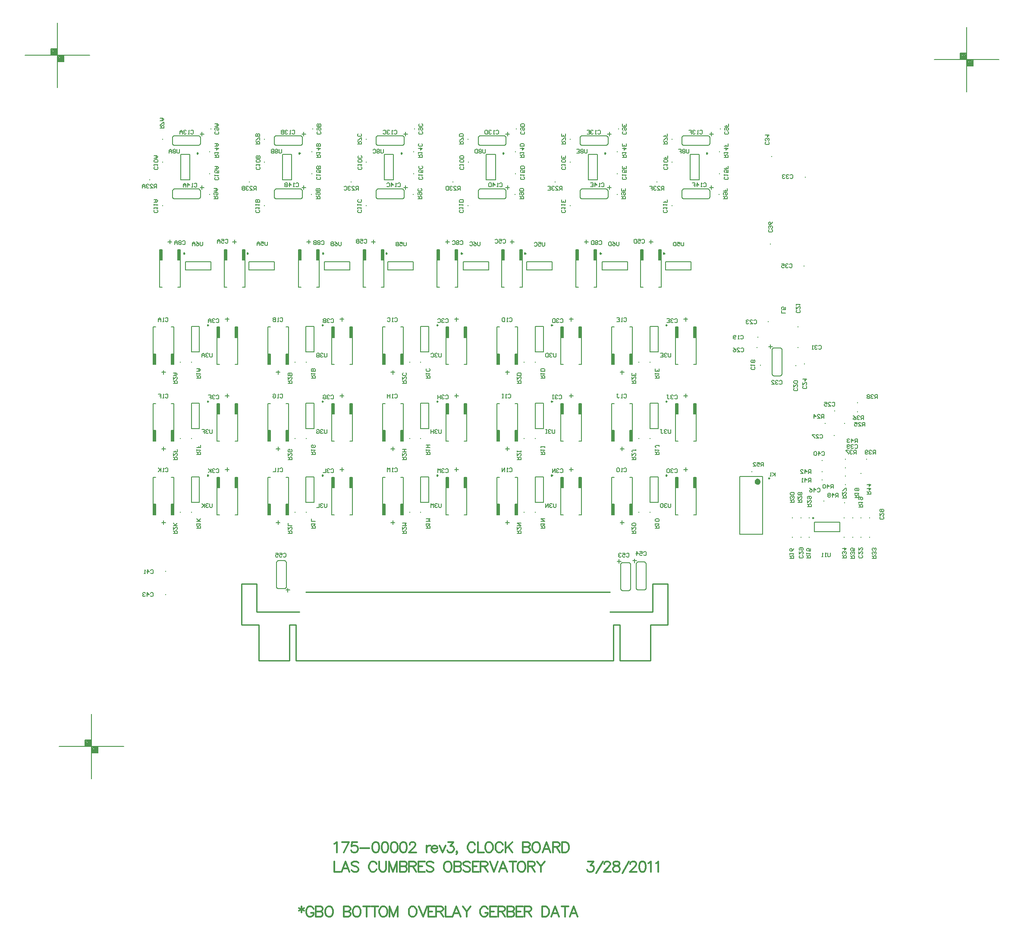
<source format=gbo>
%FSLAX23Y23*%
%MOIN*%
G70*
G01*
G75*
G04 Layer_Color=32896*
%ADD10O,0.010X0.061*%
%ADD11O,0.061X0.010*%
%ADD12R,0.037X0.035*%
%ADD13R,0.037X0.035*%
%ADD14R,0.035X0.037*%
%ADD15R,0.035X0.037*%
%ADD16R,0.138X0.085*%
%ADD17R,0.043X0.085*%
%ADD18R,0.043X0.085*%
%ADD19R,0.135X0.070*%
%ADD20R,0.028X0.036*%
%ADD21R,0.036X0.036*%
%ADD22R,0.036X0.036*%
%ADD23R,0.100X0.100*%
%ADD24R,0.060X0.086*%
%ADD25R,0.045X0.017*%
%ADD26R,0.031X0.060*%
%ADD27R,0.014X0.060*%
%ADD28R,0.030X0.100*%
%ADD29R,0.228X0.228*%
%ADD30O,0.008X0.033*%
%ADD31O,0.033X0.008*%
%ADD32O,0.024X0.087*%
%ADD33R,0.050X0.050*%
%ADD34R,0.070X0.135*%
%ADD35O,0.098X0.028*%
%ADD36R,0.050X0.050*%
%ADD37R,0.085X0.043*%
%ADD38R,0.085X0.043*%
%ADD39R,0.085X0.138*%
%ADD40R,0.048X0.078*%
%ADD41C,0.040*%
%ADD42C,0.010*%
%ADD43C,0.005*%
%ADD44C,0.020*%
%ADD45C,0.007*%
%ADD46C,0.012*%
%ADD47R,1.181X0.787*%
%ADD48C,0.008*%
%ADD49C,0.012*%
%ADD50C,0.012*%
%ADD51C,0.020*%
%ADD52C,0.026*%
%ADD53R,0.059X0.059*%
%ADD54C,0.059*%
%ADD55C,0.236*%
%ADD56C,0.050*%
%ADD57C,0.024*%
%ADD58C,0.040*%
%ADD59C,0.030*%
%ADD60C,0.033*%
%ADD61C,0.055*%
G04:AMPARAMS|DCode=62|XSize=70mil|YSize=70mil|CornerRadius=0mil|HoleSize=0mil|Usage=FLASHONLY|Rotation=0.000|XOffset=0mil|YOffset=0mil|HoleType=Round|Shape=Relief|Width=10mil|Gap=10mil|Entries=4|*
%AMTHD62*
7,0,0,0.070,0.050,0.010,45*
%
%ADD62THD62*%
G04:AMPARAMS|DCode=63|XSize=95.433mil|YSize=95.433mil|CornerRadius=0mil|HoleSize=0mil|Usage=FLASHONLY|Rotation=0.000|XOffset=0mil|YOffset=0mil|HoleType=Round|Shape=Relief|Width=10mil|Gap=10mil|Entries=4|*
%AMTHD63*
7,0,0,0.095,0.075,0.010,45*
%
%ADD63THD63*%
%ADD64C,0.045*%
%ADD65R,0.065X0.024*%
%ADD66R,0.094X0.102*%
%ADD67R,0.075X0.063*%
%ADD68O,0.087X0.024*%
%ADD69R,0.078X0.048*%
%ADD70O,0.028X0.098*%
%ADD71R,1.181X0.787*%
%ADD72C,0.024*%
%ADD73C,0.010*%
%ADD74C,0.010*%
%ADD75C,0.008*%
%ADD76C,0.006*%
%ADD77R,0.240X0.165*%
%ADD78R,1.181X0.787*%
%ADD79O,0.014X0.065*%
%ADD80O,0.065X0.014*%
%ADD81R,0.041X0.039*%
%ADD82R,0.041X0.039*%
%ADD83R,0.039X0.041*%
%ADD84R,0.039X0.041*%
%ADD85R,0.142X0.089*%
%ADD86R,0.047X0.089*%
%ADD87R,0.047X0.089*%
%ADD88R,0.139X0.074*%
%ADD89R,0.032X0.040*%
%ADD90R,0.040X0.040*%
%ADD91R,0.040X0.040*%
%ADD92R,0.104X0.104*%
%ADD93R,0.064X0.090*%
%ADD94R,0.049X0.021*%
%ADD95R,0.232X0.232*%
%ADD96O,0.012X0.037*%
%ADD97O,0.037X0.012*%
%ADD98O,0.028X0.091*%
%ADD99R,0.054X0.054*%
%ADD100R,0.074X0.139*%
%ADD101O,0.102X0.032*%
%ADD102R,0.054X0.054*%
%ADD103R,0.089X0.047*%
%ADD104R,0.089X0.047*%
%ADD105R,0.089X0.142*%
%ADD106R,0.052X0.082*%
%ADD107C,0.080*%
%ADD108C,0.120*%
%ADD109C,0.030*%
%ADD110R,0.063X0.063*%
%ADD111C,0.063*%
%ADD112C,0.240*%
%ADD113C,0.054*%
%ADD114C,0.028*%
%ADD115R,1.099X0.163*%
%ADD116R,0.069X0.028*%
%ADD117R,0.098X0.106*%
%ADD118R,0.079X0.067*%
%ADD119O,0.091X0.028*%
%ADD120R,0.082X0.052*%
%ADD121O,0.032X0.102*%
%ADD122R,0.020X0.082*%
D42*
X25405Y15731D02*
Y15948D01*
X25523Y15633D02*
Y15948D01*
X25102Y15357D02*
Y15633D01*
X25153Y15357D02*
Y15633D01*
X25389Y15357D02*
Y15633D01*
X25102D02*
X25153D01*
X25405Y15948D02*
X25523D01*
X25389Y15633D02*
X25523D01*
X25074Y15731D02*
X25405D01*
X25153Y15357D02*
X25389D01*
X23830D02*
X25102D01*
X22649D02*
X23920D01*
X22361D02*
X22598D01*
X22346Y15731D02*
X22676D01*
X22726Y15885D02*
X23920D01*
X22228Y15633D02*
X22361D01*
X22228Y15948D02*
X22346D01*
X22598Y15633D02*
X22649D01*
X22361Y15357D02*
Y15633D01*
X22598Y15357D02*
Y15633D01*
X22649Y15357D02*
Y15633D01*
X22228D02*
Y15948D01*
X22346Y15731D02*
Y15948D01*
X23830Y15885D02*
X25074D01*
D43*
X26353Y16810D02*
Y16781D01*
Y16791D01*
X26333Y16810D01*
X26348Y16796D01*
X26333Y16781D01*
X26323D02*
X26313D01*
X26318D01*
Y16810D01*
X26323Y16806D01*
X24297Y18002D02*
X24302Y18007D01*
X24312D01*
X24317Y18002D01*
Y17982D01*
X24312Y17977D01*
X24302D01*
X24297Y17982D01*
X24287Y17977D02*
X24277D01*
X24282D01*
Y18007D01*
X24287Y18002D01*
X24262Y18007D02*
Y17977D01*
X24247D01*
X24242Y17982D01*
Y18002D01*
X24247Y18007D01*
X24262D01*
X26384Y17517D02*
X26389Y17521D01*
X26399D01*
X26404Y17517D01*
Y17497D01*
X26399Y17492D01*
X26389D01*
X26384Y17497D01*
X26374Y17517D02*
X26369Y17521D01*
X26359D01*
X26354Y17517D01*
Y17512D01*
X26359Y17507D01*
X26364D01*
X26359D01*
X26354Y17502D01*
Y17497D01*
X26359Y17492D01*
X26369D01*
X26374Y17497D01*
X26324Y17492D02*
X26344D01*
X26324Y17512D01*
Y17517D01*
X26329Y17521D01*
X26339D01*
X26344Y17517D01*
X26431Y18041D02*
X26401D01*
Y18061D01*
X26431Y18090D02*
Y18070D01*
X26416D01*
X26421Y18080D01*
Y18085D01*
X26416Y18090D01*
X26406D01*
X26401Y18085D01*
Y18075D01*
X26406Y18070D01*
X26263Y16858D02*
Y16887D01*
X26248D01*
X26243Y16882D01*
Y16873D01*
X26248Y16868D01*
X26263D01*
X26253D02*
X26243Y16858D01*
X26213Y16887D02*
X26233D01*
Y16873D01*
X26223Y16878D01*
X26218D01*
X26213Y16873D01*
Y16863D01*
X26218Y16858D01*
X26228D01*
X26233Y16863D01*
X26183Y16858D02*
X26203D01*
X26183Y16878D01*
Y16882D01*
X26188Y16887D01*
X26198D01*
X26203Y16882D01*
X25686Y19308D02*
Y19283D01*
X25681Y19278D01*
X25671D01*
X25666Y19283D01*
Y19308D01*
X25656Y19303D02*
X25651Y19308D01*
X25641D01*
X25636Y19303D01*
Y19298D01*
X25641Y19293D01*
X25636Y19288D01*
Y19283D01*
X25641Y19278D01*
X25651D01*
X25656Y19283D01*
Y19288D01*
X25651Y19293D01*
X25656Y19298D01*
Y19303D01*
X25651Y19293D02*
X25641D01*
X25606Y19308D02*
X25626D01*
Y19293D01*
X25616D01*
X25626D01*
Y19278D01*
X24659Y16570D02*
Y16545D01*
X24654Y16540D01*
X24644D01*
X24639Y16545D01*
Y16570D01*
X24629Y16565D02*
X24624Y16570D01*
X24614D01*
X24609Y16565D01*
Y16560D01*
X24614Y16555D01*
X24619D01*
X24614D01*
X24609Y16550D01*
Y16545D01*
X24614Y16540D01*
X24624D01*
X24629Y16545D01*
X24599Y16540D02*
Y16570D01*
X24579Y16540D01*
Y16570D01*
X26600Y16546D02*
X26630D01*
Y16561D01*
X26625Y16566D01*
X26615D01*
X26610Y16561D01*
Y16546D01*
Y16556D02*
X26600Y16566D01*
Y16596D02*
Y16576D01*
X26620Y16596D01*
X26625D01*
X26630Y16591D01*
Y16581D01*
X26625Y16576D01*
X26605Y16606D02*
X26600Y16611D01*
Y16621D01*
X26605Y16626D01*
X26625D01*
X26630Y16621D01*
Y16611D01*
X26625Y16606D01*
X26620D01*
X26615Y16611D01*
Y16626D01*
X26529Y16578D02*
X26559D01*
Y16593D01*
X26554Y16598D01*
X26544D01*
X26539Y16593D01*
Y16578D01*
Y16588D02*
X26529Y16598D01*
Y16627D02*
Y16607D01*
X26549Y16627D01*
X26554D01*
X26559Y16622D01*
Y16612D01*
X26554Y16607D01*
Y16637D02*
X26559Y16642D01*
Y16652D01*
X26554Y16657D01*
X26549D01*
X26544Y16652D01*
X26539Y16657D01*
X26534D01*
X26529Y16652D01*
Y16642D01*
X26534Y16637D01*
X26539D01*
X26544Y16642D01*
X26549Y16637D01*
X26554D01*
X26544Y16642D02*
Y16652D01*
X26465Y16147D02*
X26495D01*
Y16162D01*
X26490Y16167D01*
X26480D01*
X26475Y16162D01*
Y16147D01*
Y16157D02*
X26465Y16167D01*
Y16177D02*
Y16187D01*
Y16182D01*
X26495D01*
X26490Y16177D01*
X26495Y16222D02*
X26490Y16212D01*
X26480Y16202D01*
X26470D01*
X26465Y16207D01*
Y16217D01*
X26470Y16222D01*
X26475D01*
X26480Y16217D01*
Y16202D01*
X26596Y16149D02*
X26626D01*
Y16164D01*
X26621Y16169D01*
X26611D01*
X26606Y16164D01*
Y16149D01*
Y16159D02*
X26596Y16169D01*
Y16178D02*
Y16188D01*
Y16183D01*
X26626D01*
X26621Y16178D01*
X26626Y16223D02*
Y16203D01*
X26611D01*
X26616Y16213D01*
Y16218D01*
X26611Y16223D01*
X26601D01*
X26596Y16218D01*
Y16208D01*
X26601Y16203D01*
X26562Y16169D02*
X26567Y16164D01*
Y16154D01*
X26562Y16149D01*
X26542D01*
X26537Y16154D01*
Y16164D01*
X26542Y16169D01*
X26537Y16199D02*
Y16179D01*
X26557Y16199D01*
X26562D01*
X26567Y16194D01*
Y16184D01*
X26562Y16179D01*
X26542Y16209D02*
X26537Y16214D01*
Y16224D01*
X26542Y16229D01*
X26562D01*
X26567Y16224D01*
Y16214D01*
X26562Y16209D01*
X26557D01*
X26552Y16214D01*
Y16229D01*
X27023Y16170D02*
X27028Y16165D01*
Y16155D01*
X27023Y16150D01*
X27003D01*
X26998Y16155D01*
Y16165D01*
X27003Y16170D01*
X26998Y16200D02*
Y16180D01*
X27018Y16200D01*
X27023D01*
X27028Y16195D01*
Y16185D01*
X27023Y16180D01*
X26998Y16230D02*
Y16210D01*
X27018Y16230D01*
X27023D01*
X27028Y16225D01*
Y16215D01*
X27023Y16210D01*
X26778Y16188D02*
Y16164D01*
X26773Y16159D01*
X26763D01*
X26758Y16164D01*
Y16188D01*
X26748Y16159D02*
X26738D01*
X26743D01*
Y16188D01*
X26748Y16184D01*
X26723Y16159D02*
X26713D01*
X26718D01*
Y16188D01*
X26723Y16184D01*
X25545Y17731D02*
Y17706D01*
X25540Y17701D01*
X25530D01*
X25525Y17706D01*
Y17731D01*
X25515Y17726D02*
X25510Y17731D01*
X25500D01*
X25495Y17726D01*
Y17721D01*
X25500Y17716D01*
X25505D01*
X25500D01*
X25495Y17711D01*
Y17706D01*
X25500Y17701D01*
X25510D01*
X25515Y17706D01*
X25465Y17731D02*
X25485D01*
Y17701D01*
X25465D01*
X25485Y17716D02*
X25475D01*
X22887Y17731D02*
Y17706D01*
X22882Y17701D01*
X22872D01*
X22867Y17706D01*
Y17731D01*
X22857Y17726D02*
X22852Y17731D01*
X22842D01*
X22837Y17726D01*
Y17721D01*
X22842Y17716D01*
X22847D01*
X22842D01*
X22837Y17711D01*
Y17706D01*
X22842Y17701D01*
X22852D01*
X22857Y17706D01*
X22827Y17731D02*
Y17701D01*
X22812D01*
X22807Y17706D01*
Y17711D01*
X22812Y17716D01*
X22827D01*
X22812D01*
X22807Y17721D01*
Y17726D01*
X22812Y17731D01*
X22827D01*
X25245Y17500D02*
X25275D01*
Y17515D01*
X25270Y17520D01*
X25260D01*
X25255Y17515D01*
Y17500D01*
Y17510D02*
X25245Y17520D01*
Y17550D02*
Y17530D01*
X25265Y17550D01*
X25270D01*
X25275Y17545D01*
Y17535D01*
X25270Y17530D01*
X25275Y17580D02*
Y17560D01*
X25245D01*
Y17580D01*
X25260Y17560D02*
Y17570D01*
X22587Y17500D02*
X22617D01*
Y17515D01*
X22612Y17520D01*
X22602D01*
X22597Y17515D01*
Y17500D01*
Y17510D02*
X22587Y17520D01*
Y17550D02*
Y17530D01*
X22607Y17550D01*
X22612D01*
X22617Y17545D01*
Y17535D01*
X22612Y17530D01*
X22617Y17560D02*
X22587D01*
Y17575D01*
X22592Y17580D01*
X22597D01*
X22602Y17575D01*
Y17560D01*
Y17575D01*
X22607Y17580D01*
X22612D01*
X22617Y17575D01*
Y17560D01*
X25426Y17539D02*
X25456D01*
Y17554D01*
X25451Y17559D01*
X25441D01*
X25436Y17554D01*
Y17539D01*
Y17549D02*
X25426Y17559D01*
Y17569D02*
Y17579D01*
Y17574D01*
X25456D01*
X25451Y17569D01*
X25456Y17614D02*
Y17594D01*
X25426D01*
Y17614D01*
X25441Y17594D02*
Y17604D01*
X22768Y17539D02*
X22798D01*
Y17554D01*
X22793Y17559D01*
X22783D01*
X22778Y17554D01*
Y17539D01*
Y17549D02*
X22768Y17559D01*
Y17569D02*
Y17579D01*
Y17574D01*
X22798D01*
X22793Y17569D01*
X22798Y17594D02*
X22768D01*
Y17609D01*
X22773Y17614D01*
X22778D01*
X22783Y17609D01*
Y17594D01*
Y17609D01*
X22788Y17614D01*
X22793D01*
X22798Y17609D01*
Y17594D01*
X25576Y17994D02*
X25581Y17999D01*
X25591D01*
X25596Y17994D01*
Y17974D01*
X25591Y17969D01*
X25581D01*
X25576Y17974D01*
X25566Y17994D02*
X25561Y17999D01*
X25551D01*
X25546Y17994D01*
Y17989D01*
X25551Y17984D01*
X25556D01*
X25551D01*
X25546Y17979D01*
Y17974D01*
X25551Y17969D01*
X25561D01*
X25566Y17974D01*
X25516Y17999D02*
X25536D01*
Y17969D01*
X25516D01*
X25536Y17984D02*
X25526D01*
X22919Y17994D02*
X22924Y17999D01*
X22934D01*
X22939Y17994D01*
Y17974D01*
X22934Y17969D01*
X22924D01*
X22919Y17974D01*
X22909Y17994D02*
X22904Y17999D01*
X22894D01*
X22889Y17994D01*
Y17989D01*
X22894Y17984D01*
X22899D01*
X22894D01*
X22889Y17979D01*
Y17974D01*
X22894Y17969D01*
X22904D01*
X22909Y17974D01*
X22879Y17999D02*
Y17969D01*
X22864D01*
X22859Y17974D01*
Y17979D01*
X22864Y17984D01*
X22879D01*
X22864D01*
X22859Y17989D01*
Y17994D01*
X22864Y17999D01*
X22879D01*
X25182Y18002D02*
X25187Y18007D01*
X25197D01*
X25202Y18002D01*
Y17982D01*
X25197Y17977D01*
X25187D01*
X25182Y17982D01*
X25172Y17977D02*
X25162D01*
X25167D01*
Y18007D01*
X25172Y18002D01*
X25127Y18007D02*
X25147D01*
Y17977D01*
X25127D01*
X25147Y17992D02*
X25137D01*
X22525Y18002D02*
X22530Y18007D01*
X22540D01*
X22545Y18002D01*
Y17982D01*
X22540Y17977D01*
X22530D01*
X22525Y17982D01*
X22515Y17977D02*
X22505D01*
X22510D01*
Y18007D01*
X22515Y18002D01*
X22490Y18007D02*
Y17977D01*
X22475D01*
X22470Y17982D01*
Y17987D01*
X22475Y17992D01*
X22490D01*
X22475D01*
X22470Y17997D01*
Y18002D01*
X22475Y18007D01*
X22490D01*
X24659Y17731D02*
Y17706D01*
X24654Y17701D01*
X24644D01*
X24639Y17706D01*
Y17731D01*
X24629Y17726D02*
X24624Y17731D01*
X24614D01*
X24609Y17726D01*
Y17721D01*
X24614Y17716D01*
X24619D01*
X24614D01*
X24609Y17711D01*
Y17706D01*
X24614Y17701D01*
X24624D01*
X24629Y17706D01*
X24599Y17731D02*
Y17701D01*
X24584D01*
X24579Y17706D01*
Y17726D01*
X24584Y17731D01*
X24599D01*
X23773D02*
Y17706D01*
X23768Y17701D01*
X23758D01*
X23753Y17706D01*
Y17731D01*
X23743Y17726D02*
X23738Y17731D01*
X23728D01*
X23723Y17726D01*
Y17721D01*
X23728Y17716D01*
X23733D01*
X23728D01*
X23723Y17711D01*
Y17706D01*
X23728Y17701D01*
X23738D01*
X23743Y17706D01*
X23693Y17726D02*
X23698Y17731D01*
X23708D01*
X23713Y17726D01*
Y17706D01*
X23708Y17701D01*
X23698D01*
X23693Y17706D01*
X22002Y17731D02*
Y17706D01*
X21997Y17701D01*
X21987D01*
X21982Y17706D01*
Y17731D01*
X21972Y17726D02*
X21967Y17731D01*
X21957D01*
X21952Y17726D01*
Y17721D01*
X21957Y17716D01*
X21962D01*
X21957D01*
X21952Y17711D01*
Y17706D01*
X21957Y17701D01*
X21967D01*
X21972Y17706D01*
X21942Y17701D02*
Y17721D01*
X21932Y17731D01*
X21922Y17721D01*
Y17701D01*
Y17716D01*
X21942D01*
X25492Y18993D02*
Y19023D01*
X25477D01*
X25472Y19018D01*
Y19008D01*
X25477Y19003D01*
X25492D01*
X25482D02*
X25472Y18993D01*
X25442D02*
X25462D01*
X25442Y19013D01*
Y19018D01*
X25447Y19023D01*
X25457D01*
X25462Y19018D01*
X25432D02*
X25427Y19023D01*
X25417D01*
X25412Y19018D01*
Y19013D01*
X25417Y19008D01*
X25422D01*
X25417D01*
X25412Y19003D01*
Y18998D01*
X25417Y18993D01*
X25427D01*
X25432Y18998D01*
X25382Y19023D02*
X25402D01*
Y19008D01*
X25392D01*
X25402D01*
Y18993D01*
X24705D02*
Y19023D01*
X24690D01*
X24685Y19018D01*
Y19008D01*
X24690Y19003D01*
X24705D01*
X24695D02*
X24685Y18993D01*
X24655D02*
X24675D01*
X24655Y19013D01*
Y19018D01*
X24660Y19023D01*
X24670D01*
X24675Y19018D01*
X24645D02*
X24640Y19023D01*
X24630D01*
X24625Y19018D01*
Y19013D01*
X24630Y19008D01*
X24635D01*
X24630D01*
X24625Y19003D01*
Y18998D01*
X24630Y18993D01*
X24640D01*
X24645Y18998D01*
X24595Y19023D02*
X24615D01*
Y18993D01*
X24595D01*
X24615Y19008D02*
X24605D01*
X23917Y18993D02*
Y19023D01*
X23902D01*
X23897Y19018D01*
Y19008D01*
X23902Y19003D01*
X23917D01*
X23907D02*
X23897Y18993D01*
X23867D02*
X23887D01*
X23867Y19013D01*
Y19018D01*
X23872Y19023D01*
X23882D01*
X23887Y19018D01*
X23857D02*
X23852Y19023D01*
X23842D01*
X23837Y19018D01*
Y19013D01*
X23842Y19008D01*
X23847D01*
X23842D01*
X23837Y19003D01*
Y18998D01*
X23842Y18993D01*
X23852D01*
X23857Y18998D01*
X23827Y19023D02*
Y18993D01*
X23812D01*
X23807Y18998D01*
Y19018D01*
X23812Y19023D01*
X23827D01*
X23130Y18993D02*
Y19023D01*
X23115D01*
X23110Y19018D01*
Y19008D01*
X23115Y19003D01*
X23130D01*
X23120D02*
X23110Y18993D01*
X23080D02*
X23100D01*
X23080Y19013D01*
Y19018D01*
X23085Y19023D01*
X23095D01*
X23100Y19018D01*
X23070D02*
X23065Y19023D01*
X23055D01*
X23050Y19018D01*
Y19013D01*
X23055Y19008D01*
X23060D01*
X23055D01*
X23050Y19003D01*
Y18998D01*
X23055Y18993D01*
X23065D01*
X23070Y18998D01*
X23020Y19018D02*
X23025Y19023D01*
X23035D01*
X23040Y19018D01*
Y18998D01*
X23035Y18993D01*
X23025D01*
X23020Y18998D01*
X22342Y18993D02*
Y19023D01*
X22327D01*
X22322Y19018D01*
Y19008D01*
X22327Y19003D01*
X22342D01*
X22332D02*
X22322Y18993D01*
X22292D02*
X22312D01*
X22292Y19013D01*
Y19018D01*
X22297Y19023D01*
X22307D01*
X22312Y19018D01*
X22282D02*
X22277Y19023D01*
X22267D01*
X22262Y19018D01*
Y19013D01*
X22267Y19008D01*
X22272D01*
X22267D01*
X22262Y19003D01*
Y18998D01*
X22267Y18993D01*
X22277D01*
X22282Y18998D01*
X22252Y19023D02*
Y18993D01*
X22237D01*
X22232Y18998D01*
Y19003D01*
X22237Y19008D01*
X22252D01*
X22237D01*
X22232Y19013D01*
Y19018D01*
X22237Y19023D01*
X22252D01*
X21573Y19009D02*
Y19039D01*
X21558D01*
X21553Y19034D01*
Y19024D01*
X21558Y19019D01*
X21573D01*
X21563D02*
X21553Y19009D01*
X21523D02*
X21543D01*
X21523Y19029D01*
Y19034D01*
X21528Y19039D01*
X21538D01*
X21543Y19034D01*
X21513D02*
X21508Y19039D01*
X21498D01*
X21493Y19034D01*
Y19029D01*
X21498Y19024D01*
X21503D01*
X21498D01*
X21493Y19019D01*
Y19014D01*
X21498Y19009D01*
X21508D01*
X21513Y19014D01*
X21483Y19009D02*
Y19029D01*
X21473Y19039D01*
X21463Y19029D01*
Y19009D01*
Y19024D01*
X21483D01*
X25957Y19247D02*
X25987D01*
Y19262D01*
X25982Y19267D01*
X25972D01*
X25967Y19262D01*
Y19247D01*
Y19257D02*
X25957Y19267D01*
Y19277D02*
Y19287D01*
Y19282D01*
X25987D01*
X25982Y19277D01*
X25957Y19317D02*
X25987D01*
X25972Y19302D01*
Y19322D01*
X25987Y19352D02*
Y19332D01*
X25972D01*
Y19342D01*
Y19332D01*
X25957D01*
X25170Y19247D02*
X25200D01*
Y19262D01*
X25195Y19267D01*
X25185D01*
X25180Y19262D01*
Y19247D01*
Y19257D02*
X25170Y19267D01*
Y19277D02*
Y19287D01*
Y19282D01*
X25200D01*
X25195Y19277D01*
X25170Y19317D02*
X25200D01*
X25185Y19302D01*
Y19322D01*
X25200Y19352D02*
Y19332D01*
X25170D01*
Y19352D01*
X25185Y19332D02*
Y19342D01*
X24382Y19247D02*
X24412D01*
Y19262D01*
X24407Y19267D01*
X24397D01*
X24392Y19262D01*
Y19247D01*
Y19257D02*
X24382Y19267D01*
Y19277D02*
Y19287D01*
Y19282D01*
X24412D01*
X24407Y19277D01*
X24382Y19317D02*
X24412D01*
X24397Y19302D01*
Y19322D01*
X24412Y19332D02*
X24382D01*
Y19347D01*
X24387Y19352D01*
X24407D01*
X24412Y19347D01*
Y19332D01*
X23595Y19247D02*
X23625D01*
Y19262D01*
X23620Y19267D01*
X23610D01*
X23605Y19262D01*
Y19247D01*
Y19257D02*
X23595Y19267D01*
Y19277D02*
Y19287D01*
Y19282D01*
X23625D01*
X23620Y19277D01*
X23595Y19317D02*
X23625D01*
X23610Y19302D01*
Y19322D01*
X23620Y19352D02*
X23625Y19347D01*
Y19337D01*
X23620Y19332D01*
X23600D01*
X23595Y19337D01*
Y19347D01*
X23600Y19352D01*
X22807Y19247D02*
X22837D01*
Y19262D01*
X22832Y19267D01*
X22822D01*
X22817Y19262D01*
Y19247D01*
Y19257D02*
X22807Y19267D01*
Y19277D02*
Y19287D01*
Y19282D01*
X22837D01*
X22832Y19277D01*
X22807Y19317D02*
X22837D01*
X22822Y19302D01*
Y19322D01*
X22837Y19332D02*
X22807D01*
Y19347D01*
X22812Y19352D01*
X22817D01*
X22822Y19347D01*
Y19332D01*
Y19347D01*
X22827Y19352D01*
X22832D01*
X22837Y19347D01*
Y19332D01*
X22020Y19247D02*
X22050D01*
Y19262D01*
X22045Y19267D01*
X22035D01*
X22030Y19262D01*
Y19247D01*
Y19257D02*
X22020Y19267D01*
Y19277D02*
Y19287D01*
Y19282D01*
X22050D01*
X22045Y19277D01*
X22020Y19317D02*
X22050D01*
X22035Y19302D01*
Y19322D01*
X22020Y19332D02*
X22040D01*
X22050Y19342D01*
X22040Y19352D01*
X22020D01*
X22035D01*
Y19332D01*
X25953Y18925D02*
X25983D01*
Y18940D01*
X25978Y18945D01*
X25968D01*
X25963Y18940D01*
Y18925D01*
Y18935D02*
X25953Y18945D01*
X25958Y18955D02*
X25953Y18960D01*
Y18970D01*
X25958Y18975D01*
X25978D01*
X25983Y18970D01*
Y18960D01*
X25978Y18955D01*
X25973D01*
X25968Y18960D01*
Y18975D01*
X25983Y19005D02*
Y18985D01*
X25968D01*
Y18995D01*
Y18985D01*
X25953D01*
X25166Y18925D02*
X25196D01*
Y18940D01*
X25191Y18945D01*
X25181D01*
X25176Y18940D01*
Y18925D01*
Y18935D02*
X25166Y18945D01*
X25171Y18955D02*
X25166Y18960D01*
Y18970D01*
X25171Y18975D01*
X25191D01*
X25196Y18970D01*
Y18960D01*
X25191Y18955D01*
X25186D01*
X25181Y18960D01*
Y18975D01*
X25196Y19005D02*
Y18985D01*
X25166D01*
Y19005D01*
X25181Y18985D02*
Y18995D01*
X24378Y18925D02*
X24408D01*
Y18940D01*
X24403Y18945D01*
X24393D01*
X24388Y18940D01*
Y18925D01*
Y18935D02*
X24378Y18945D01*
X24383Y18955D02*
X24378Y18960D01*
Y18970D01*
X24383Y18975D01*
X24403D01*
X24408Y18970D01*
Y18960D01*
X24403Y18955D01*
X24398D01*
X24393Y18960D01*
Y18975D01*
X24408Y18985D02*
X24378D01*
Y19000D01*
X24383Y19005D01*
X24403D01*
X24408Y19000D01*
Y18985D01*
X23591Y18925D02*
X23621D01*
Y18940D01*
X23616Y18945D01*
X23606D01*
X23601Y18940D01*
Y18925D01*
Y18935D02*
X23591Y18945D01*
X23596Y18955D02*
X23591Y18960D01*
Y18970D01*
X23596Y18975D01*
X23616D01*
X23621Y18970D01*
Y18960D01*
X23616Y18955D01*
X23611D01*
X23606Y18960D01*
Y18975D01*
X23616Y19005D02*
X23621Y19000D01*
Y18990D01*
X23616Y18985D01*
X23596D01*
X23591Y18990D01*
Y19000D01*
X23596Y19005D01*
X22804Y18925D02*
X22834D01*
Y18940D01*
X22829Y18945D01*
X22819D01*
X22814Y18940D01*
Y18925D01*
Y18935D02*
X22804Y18945D01*
X22809Y18955D02*
X22804Y18960D01*
Y18970D01*
X22809Y18975D01*
X22829D01*
X22834Y18970D01*
Y18960D01*
X22829Y18955D01*
X22824D01*
X22819Y18960D01*
Y18975D01*
X22834Y18985D02*
X22804D01*
Y19000D01*
X22809Y19005D01*
X22814D01*
X22819Y19000D01*
Y18985D01*
Y19000D01*
X22824Y19005D01*
X22829D01*
X22834Y19000D01*
Y18985D01*
X22016Y18925D02*
X22046D01*
Y18940D01*
X22041Y18945D01*
X22031D01*
X22026Y18940D01*
Y18925D01*
Y18935D02*
X22016Y18945D01*
X22021Y18955D02*
X22016Y18960D01*
Y18970D01*
X22021Y18975D01*
X22041D01*
X22046Y18970D01*
Y18960D01*
X22041Y18955D01*
X22036D01*
X22031Y18960D01*
Y18975D01*
X22016Y18985D02*
X22036D01*
X22046Y18995D01*
X22036Y19005D01*
X22016D01*
X22031D01*
Y18985D01*
X25488Y19349D02*
X25518D01*
Y19364D01*
X25513Y19369D01*
X25503D01*
X25498Y19364D01*
Y19349D01*
Y19359D02*
X25488Y19369D01*
X25518Y19379D02*
Y19399D01*
X25513D01*
X25493Y19379D01*
X25488D01*
X25518Y19429D02*
Y19409D01*
X25503D01*
Y19419D01*
Y19409D01*
X25488D01*
X24700Y19349D02*
X24730D01*
Y19364D01*
X24725Y19369D01*
X24715D01*
X24710Y19364D01*
Y19349D01*
Y19359D02*
X24700Y19369D01*
X24730Y19379D02*
Y19399D01*
X24725D01*
X24705Y19379D01*
X24700D01*
X24730Y19429D02*
Y19409D01*
X24700D01*
Y19429D01*
X24715Y19409D02*
Y19419D01*
X23913Y19349D02*
X23943D01*
Y19364D01*
X23938Y19369D01*
X23928D01*
X23923Y19364D01*
Y19349D01*
Y19359D02*
X23913Y19369D01*
X23943Y19379D02*
Y19399D01*
X23938D01*
X23918Y19379D01*
X23913D01*
X23943Y19409D02*
X23913D01*
Y19424D01*
X23918Y19429D01*
X23938D01*
X23943Y19424D01*
Y19409D01*
X23125Y19349D02*
X23155D01*
Y19364D01*
X23150Y19369D01*
X23140D01*
X23135Y19364D01*
Y19349D01*
Y19359D02*
X23125Y19369D01*
X23155Y19379D02*
Y19399D01*
X23150D01*
X23130Y19379D01*
X23125D01*
X23150Y19429D02*
X23155Y19424D01*
Y19414D01*
X23150Y19409D01*
X23130D01*
X23125Y19414D01*
Y19424D01*
X23130Y19429D01*
X22338Y19349D02*
X22368D01*
Y19364D01*
X22363Y19369D01*
X22353D01*
X22348Y19364D01*
Y19349D01*
Y19359D02*
X22338Y19369D01*
X22368Y19379D02*
Y19399D01*
X22363D01*
X22343Y19379D01*
X22338D01*
X22368Y19409D02*
X22338D01*
Y19424D01*
X22343Y19429D01*
X22348D01*
X22353Y19424D01*
Y19409D01*
Y19424D01*
X22358Y19429D01*
X22363D01*
X22368Y19424D01*
Y19409D01*
X21599Y19471D02*
X21629D01*
Y19486D01*
X21624Y19491D01*
X21614D01*
X21609Y19486D01*
Y19471D01*
Y19481D02*
X21599Y19491D01*
X21629Y19500D02*
Y19520D01*
X21624D01*
X21604Y19500D01*
X21599D01*
Y19530D02*
X21619D01*
X21629Y19540D01*
X21619Y19550D01*
X21599D01*
X21614D01*
Y19530D01*
X24359Y17500D02*
X24389D01*
Y17515D01*
X24384Y17520D01*
X24374D01*
X24369Y17515D01*
Y17500D01*
Y17510D02*
X24359Y17520D01*
Y17550D02*
Y17530D01*
X24379Y17550D01*
X24384D01*
X24389Y17545D01*
Y17535D01*
X24384Y17530D01*
X24389Y17560D02*
X24359D01*
Y17575D01*
X24364Y17580D01*
X24384D01*
X24389Y17575D01*
Y17560D01*
X23473Y17500D02*
X23503D01*
Y17515D01*
X23498Y17520D01*
X23488D01*
X23483Y17515D01*
Y17500D01*
Y17510D02*
X23473Y17520D01*
Y17550D02*
Y17530D01*
X23493Y17550D01*
X23498D01*
X23503Y17545D01*
Y17535D01*
X23498Y17530D01*
Y17580D02*
X23503Y17575D01*
Y17565D01*
X23498Y17560D01*
X23478D01*
X23473Y17565D01*
Y17575D01*
X23478Y17580D01*
X21701Y17500D02*
X21731D01*
Y17515D01*
X21726Y17520D01*
X21716D01*
X21711Y17515D01*
Y17500D01*
Y17510D02*
X21701Y17520D01*
Y17550D02*
Y17530D01*
X21721Y17550D01*
X21726D01*
X21731Y17545D01*
Y17535D01*
X21726Y17530D01*
X21701Y17560D02*
X21721D01*
X21731Y17570D01*
X21721Y17580D01*
X21701D01*
X21716D01*
Y17560D01*
X24540Y17539D02*
X24570D01*
Y17554D01*
X24565Y17559D01*
X24555D01*
X24550Y17554D01*
Y17539D01*
Y17549D02*
X24540Y17559D01*
Y17569D02*
Y17579D01*
Y17574D01*
X24570D01*
X24565Y17569D01*
X24570Y17594D02*
X24540D01*
Y17609D01*
X24545Y17614D01*
X24565D01*
X24570Y17609D01*
Y17594D01*
X23654Y17539D02*
X23684D01*
Y17554D01*
X23679Y17559D01*
X23669D01*
X23664Y17554D01*
Y17539D01*
Y17549D02*
X23654Y17559D01*
Y17569D02*
Y17579D01*
Y17574D01*
X23684D01*
X23679Y17569D01*
Y17614D02*
X23684Y17609D01*
Y17599D01*
X23679Y17594D01*
X23659D01*
X23654Y17599D01*
Y17609D01*
X23659Y17614D01*
X21882Y17539D02*
X21912D01*
Y17554D01*
X21907Y17559D01*
X21897D01*
X21892Y17554D01*
Y17539D01*
Y17549D02*
X21882Y17559D01*
Y17569D02*
Y17579D01*
Y17574D01*
X21912D01*
X21907Y17569D01*
X21882Y17594D02*
X21902D01*
X21912Y17604D01*
X21902Y17614D01*
X21882D01*
X21897D01*
Y17594D01*
X25984Y19095D02*
X25989Y19090D01*
Y19080D01*
X25984Y19075D01*
X25964D01*
X25959Y19080D01*
Y19090D01*
X25964Y19095D01*
X25959Y19105D02*
Y19115D01*
Y19110D01*
X25989D01*
X25984Y19105D01*
X25989Y19150D02*
Y19130D01*
X25974D01*
X25979Y19140D01*
Y19145D01*
X25974Y19150D01*
X25964D01*
X25959Y19145D01*
Y19135D01*
X25964Y19130D01*
X25989Y19180D02*
Y19160D01*
X25974D01*
Y19170D01*
Y19160D01*
X25959D01*
X25196Y19095D02*
X25201Y19090D01*
Y19080D01*
X25196Y19075D01*
X25176D01*
X25171Y19080D01*
Y19090D01*
X25176Y19095D01*
X25171Y19105D02*
Y19115D01*
Y19110D01*
X25201D01*
X25196Y19105D01*
X25201Y19150D02*
Y19130D01*
X25186D01*
X25191Y19140D01*
Y19145D01*
X25186Y19150D01*
X25176D01*
X25171Y19145D01*
Y19135D01*
X25176Y19130D01*
X25201Y19180D02*
Y19160D01*
X25171D01*
Y19180D01*
X25186Y19160D02*
Y19170D01*
X24409Y19095D02*
X24414Y19090D01*
Y19080D01*
X24409Y19075D01*
X24389D01*
X24384Y19080D01*
Y19090D01*
X24389Y19095D01*
X24384Y19105D02*
Y19115D01*
Y19110D01*
X24414D01*
X24409Y19105D01*
X24414Y19150D02*
Y19130D01*
X24399D01*
X24404Y19140D01*
Y19145D01*
X24399Y19150D01*
X24389D01*
X24384Y19145D01*
Y19135D01*
X24389Y19130D01*
X24414Y19160D02*
X24384D01*
Y19175D01*
X24389Y19180D01*
X24409D01*
X24414Y19175D01*
Y19160D01*
X23622Y19095D02*
X23627Y19090D01*
Y19080D01*
X23622Y19075D01*
X23602D01*
X23597Y19080D01*
Y19090D01*
X23602Y19095D01*
X23597Y19105D02*
Y19115D01*
Y19110D01*
X23627D01*
X23622Y19105D01*
X23627Y19150D02*
Y19130D01*
X23612D01*
X23617Y19140D01*
Y19145D01*
X23612Y19150D01*
X23602D01*
X23597Y19145D01*
Y19135D01*
X23602Y19130D01*
X23622Y19180D02*
X23627Y19175D01*
Y19165D01*
X23622Y19160D01*
X23602D01*
X23597Y19165D01*
Y19175D01*
X23602Y19180D01*
X22834Y19095D02*
X22839Y19090D01*
Y19080D01*
X22834Y19075D01*
X22814D01*
X22809Y19080D01*
Y19090D01*
X22814Y19095D01*
X22809Y19105D02*
Y19115D01*
Y19110D01*
X22839D01*
X22834Y19105D01*
X22839Y19150D02*
Y19130D01*
X22824D01*
X22829Y19140D01*
Y19145D01*
X22824Y19150D01*
X22814D01*
X22809Y19145D01*
Y19135D01*
X22814Y19130D01*
X22839Y19160D02*
X22809D01*
Y19175D01*
X22814Y19180D01*
X22819D01*
X22824Y19175D01*
Y19160D01*
Y19175D01*
X22829Y19180D01*
X22834D01*
X22839Y19175D01*
Y19160D01*
X22046Y19092D02*
X22051Y19087D01*
Y19077D01*
X22046Y19072D01*
X22026D01*
X22021Y19077D01*
Y19087D01*
X22026Y19092D01*
X22021Y19101D02*
Y19111D01*
Y19106D01*
X22051D01*
X22046Y19101D01*
X22051Y19146D02*
Y19126D01*
X22036D01*
X22041Y19136D01*
Y19141D01*
X22036Y19146D01*
X22026D01*
X22021Y19141D01*
Y19131D01*
X22026Y19126D01*
X22021Y19156D02*
X22041D01*
X22051Y19166D01*
X22041Y19176D01*
X22021D01*
X22036D01*
Y19156D01*
X25009Y19044D02*
X25014Y19048D01*
X25024D01*
X25029Y19044D01*
Y19024D01*
X25024Y19019D01*
X25014D01*
X25009Y19024D01*
X24999Y19019D02*
X24989D01*
X24994D01*
Y19048D01*
X24999Y19044D01*
X24959Y19019D02*
Y19048D01*
X24974Y19034D01*
X24954D01*
X24925Y19048D02*
X24944D01*
Y19019D01*
X24925D01*
X24944Y19034D02*
X24935D01*
X24222Y19044D02*
X24227Y19048D01*
X24237D01*
X24242Y19044D01*
Y19024D01*
X24237Y19019D01*
X24227D01*
X24222Y19024D01*
X24212Y19019D02*
X24202D01*
X24207D01*
Y19048D01*
X24212Y19044D01*
X24172Y19019D02*
Y19048D01*
X24187Y19034D01*
X24167D01*
X24157Y19048D02*
Y19019D01*
X24142D01*
X24137Y19024D01*
Y19044D01*
X24142Y19048D01*
X24157D01*
X23435Y19044D02*
X23440Y19048D01*
X23450D01*
X23455Y19044D01*
Y19024D01*
X23450Y19019D01*
X23440D01*
X23435Y19024D01*
X23425Y19019D02*
X23415D01*
X23420D01*
Y19048D01*
X23425Y19044D01*
X23385Y19019D02*
Y19048D01*
X23400Y19034D01*
X23380D01*
X23350Y19044D02*
X23355Y19048D01*
X23365D01*
X23370Y19044D01*
Y19024D01*
X23365Y19019D01*
X23355D01*
X23350Y19024D01*
X22647Y19044D02*
X22652Y19048D01*
X22662D01*
X22667Y19044D01*
Y19024D01*
X22662Y19019D01*
X22652D01*
X22647Y19024D01*
X22637Y19019D02*
X22627D01*
X22632D01*
Y19048D01*
X22637Y19044D01*
X22597Y19019D02*
Y19048D01*
X22612Y19034D01*
X22592D01*
X22582Y19048D02*
Y19019D01*
X22567D01*
X22562Y19024D01*
Y19029D01*
X22567Y19034D01*
X22582D01*
X22567D01*
X22562Y19039D01*
Y19044D01*
X22567Y19048D01*
X22582D01*
X21863Y19042D02*
X21868Y19046D01*
X21878D01*
X21883Y19042D01*
Y19022D01*
X21878Y19017D01*
X21868D01*
X21863Y19022D01*
X21853Y19017D02*
X21843D01*
X21848D01*
Y19046D01*
X21853Y19042D01*
X21813Y19017D02*
Y19046D01*
X21828Y19032D01*
X21808D01*
X21798Y19017D02*
Y19037D01*
X21788Y19046D01*
X21778Y19037D01*
Y19017D01*
Y19032D01*
X21798D01*
X24981Y19451D02*
X24986Y19456D01*
X24996D01*
X25001Y19451D01*
Y19432D01*
X24996Y19427D01*
X24986D01*
X24981Y19432D01*
X24971Y19427D02*
X24961D01*
X24966D01*
Y19456D01*
X24971Y19451D01*
X24946D02*
X24941Y19456D01*
X24931D01*
X24926Y19451D01*
Y19447D01*
X24931Y19442D01*
X24936D01*
X24931D01*
X24926Y19437D01*
Y19432D01*
X24931Y19427D01*
X24941D01*
X24946Y19432D01*
X24897Y19456D02*
X24917D01*
Y19427D01*
X24897D01*
X24917Y19442D02*
X24907D01*
X24194Y19451D02*
X24199Y19456D01*
X24209D01*
X24214Y19451D01*
Y19432D01*
X24209Y19427D01*
X24199D01*
X24194Y19432D01*
X24184Y19427D02*
X24174D01*
X24179D01*
Y19456D01*
X24184Y19451D01*
X24159D02*
X24154Y19456D01*
X24144D01*
X24139Y19451D01*
Y19447D01*
X24144Y19442D01*
X24149D01*
X24144D01*
X24139Y19437D01*
Y19432D01*
X24144Y19427D01*
X24154D01*
X24159Y19432D01*
X24129Y19456D02*
Y19427D01*
X24114D01*
X24109Y19432D01*
Y19451D01*
X24114Y19456D01*
X24129D01*
X23407Y19451D02*
X23412Y19456D01*
X23422D01*
X23427Y19451D01*
Y19432D01*
X23422Y19427D01*
X23412D01*
X23407Y19432D01*
X23397Y19427D02*
X23387D01*
X23392D01*
Y19456D01*
X23397Y19451D01*
X23372D02*
X23367Y19456D01*
X23357D01*
X23352Y19451D01*
Y19447D01*
X23357Y19442D01*
X23362D01*
X23357D01*
X23352Y19437D01*
Y19432D01*
X23357Y19427D01*
X23367D01*
X23372Y19432D01*
X23322Y19451D02*
X23327Y19456D01*
X23337D01*
X23342Y19451D01*
Y19432D01*
X23337Y19427D01*
X23327D01*
X23322Y19432D01*
X22619Y19451D02*
X22624Y19456D01*
X22634D01*
X22639Y19451D01*
Y19432D01*
X22634Y19427D01*
X22624D01*
X22619Y19432D01*
X22609Y19427D02*
X22599D01*
X22604D01*
Y19456D01*
X22609Y19451D01*
X22584D02*
X22579Y19456D01*
X22569D01*
X22564Y19451D01*
Y19447D01*
X22569Y19442D01*
X22574D01*
X22569D01*
X22564Y19437D01*
Y19432D01*
X22569Y19427D01*
X22579D01*
X22584Y19432D01*
X22554Y19456D02*
Y19427D01*
X22539D01*
X22534Y19432D01*
Y19437D01*
X22539Y19442D01*
X22554D01*
X22539D01*
X22534Y19447D01*
Y19451D01*
X22539Y19456D01*
X22554D01*
X21835Y19451D02*
X21840Y19456D01*
X21850D01*
X21855Y19451D01*
Y19432D01*
X21850Y19427D01*
X21840D01*
X21835Y19432D01*
X21825Y19427D02*
X21815D01*
X21820D01*
Y19456D01*
X21825Y19451D01*
X21800D02*
X21795Y19456D01*
X21785D01*
X21780Y19451D01*
Y19447D01*
X21785Y19442D01*
X21790D01*
X21785D01*
X21780Y19437D01*
Y19432D01*
X21785Y19427D01*
X21795D01*
X21800Y19432D01*
X21770Y19427D02*
Y19447D01*
X21760Y19456D01*
X21750Y19447D01*
Y19427D01*
Y19442D01*
X21770D01*
X25513Y18840D02*
X25518Y18835D01*
Y18825D01*
X25513Y18820D01*
X25493D01*
X25488Y18825D01*
Y18835D01*
X25493Y18840D01*
X25488Y18850D02*
Y18860D01*
Y18855D01*
X25518D01*
X25513Y18850D01*
X25488Y18875D02*
Y18885D01*
Y18880D01*
X25518D01*
X25513Y18875D01*
X25518Y18920D02*
Y18900D01*
X25503D01*
Y18910D01*
Y18900D01*
X25488D01*
X24725Y18840D02*
X24730Y18835D01*
Y18825D01*
X24725Y18820D01*
X24705D01*
X24700Y18825D01*
Y18835D01*
X24705Y18840D01*
X24700Y18850D02*
Y18860D01*
Y18855D01*
X24730D01*
X24725Y18850D01*
X24700Y18875D02*
Y18885D01*
Y18880D01*
X24730D01*
X24725Y18875D01*
X24730Y18920D02*
Y18900D01*
X24700D01*
Y18920D01*
X24715Y18900D02*
Y18910D01*
X23938Y18840D02*
X23943Y18835D01*
Y18825D01*
X23938Y18820D01*
X23918D01*
X23913Y18825D01*
Y18835D01*
X23918Y18840D01*
X23913Y18850D02*
Y18860D01*
Y18855D01*
X23943D01*
X23938Y18850D01*
X23913Y18875D02*
Y18885D01*
Y18880D01*
X23943D01*
X23938Y18875D01*
X23943Y18900D02*
X23913D01*
Y18915D01*
X23918Y18920D01*
X23938D01*
X23943Y18915D01*
Y18900D01*
X23150Y18840D02*
X23155Y18835D01*
Y18825D01*
X23150Y18820D01*
X23130D01*
X23125Y18825D01*
Y18835D01*
X23130Y18840D01*
X23125Y18850D02*
Y18860D01*
Y18855D01*
X23155D01*
X23150Y18850D01*
X23125Y18875D02*
Y18885D01*
Y18880D01*
X23155D01*
X23150Y18875D01*
Y18920D02*
X23155Y18915D01*
Y18905D01*
X23150Y18900D01*
X23130D01*
X23125Y18905D01*
Y18915D01*
X23130Y18920D01*
X22363Y18840D02*
X22368Y18835D01*
Y18825D01*
X22363Y18820D01*
X22343D01*
X22338Y18825D01*
Y18835D01*
X22343Y18840D01*
X22338Y18850D02*
Y18860D01*
Y18855D01*
X22368D01*
X22363Y18850D01*
X22338Y18875D02*
Y18885D01*
Y18880D01*
X22368D01*
X22363Y18875D01*
X22368Y18900D02*
X22338D01*
Y18915D01*
X22343Y18920D01*
X22348D01*
X22353Y18915D01*
Y18900D01*
Y18915D01*
X22358Y18920D01*
X22363D01*
X22368Y18915D01*
Y18900D01*
X21576Y18840D02*
X21581Y18835D01*
Y18825D01*
X21576Y18820D01*
X21556D01*
X21551Y18825D01*
Y18835D01*
X21556Y18840D01*
X21551Y18850D02*
Y18860D01*
Y18855D01*
X21581D01*
X21576Y18850D01*
X21551Y18875D02*
Y18885D01*
Y18880D01*
X21581D01*
X21576Y18875D01*
X21551Y18900D02*
X21571D01*
X21581Y18910D01*
X21571Y18920D01*
X21551D01*
X21566D01*
Y18900D01*
X25515Y19174D02*
X25520Y19169D01*
Y19159D01*
X25515Y19154D01*
X25495D01*
X25490Y19159D01*
Y19169D01*
X25495Y19174D01*
X25490Y19184D02*
Y19194D01*
Y19189D01*
X25520D01*
X25515Y19184D01*
Y19209D02*
X25520Y19214D01*
Y19224D01*
X25515Y19229D01*
X25495D01*
X25490Y19224D01*
Y19214D01*
X25495Y19209D01*
X25515D01*
X25520Y19259D02*
Y19239D01*
X25505D01*
Y19249D01*
Y19239D01*
X25490D01*
X24727Y19174D02*
X24732Y19169D01*
Y19159D01*
X24727Y19154D01*
X24707D01*
X24702Y19159D01*
Y19169D01*
X24707Y19174D01*
X24702Y19184D02*
Y19194D01*
Y19189D01*
X24732D01*
X24727Y19184D01*
Y19209D02*
X24732Y19214D01*
Y19224D01*
X24727Y19229D01*
X24707D01*
X24702Y19224D01*
Y19214D01*
X24707Y19209D01*
X24727D01*
X24732Y19259D02*
Y19239D01*
X24702D01*
Y19259D01*
X24717Y19239D02*
Y19249D01*
X23940Y19174D02*
X23945Y19169D01*
Y19159D01*
X23940Y19154D01*
X23920D01*
X23915Y19159D01*
Y19169D01*
X23920Y19174D01*
X23915Y19184D02*
Y19194D01*
Y19189D01*
X23945D01*
X23940Y19184D01*
Y19209D02*
X23945Y19214D01*
Y19224D01*
X23940Y19229D01*
X23920D01*
X23915Y19224D01*
Y19214D01*
X23920Y19209D01*
X23940D01*
X23945Y19239D02*
X23915D01*
Y19254D01*
X23920Y19259D01*
X23940D01*
X23945Y19254D01*
Y19239D01*
X23152Y19174D02*
X23157Y19169D01*
Y19159D01*
X23152Y19154D01*
X23132D01*
X23127Y19159D01*
Y19169D01*
X23132Y19174D01*
X23127Y19184D02*
Y19194D01*
Y19189D01*
X23157D01*
X23152Y19184D01*
Y19209D02*
X23157Y19214D01*
Y19224D01*
X23152Y19229D01*
X23132D01*
X23127Y19224D01*
Y19214D01*
X23132Y19209D01*
X23152D01*
Y19259D02*
X23157Y19254D01*
Y19244D01*
X23152Y19239D01*
X23132D01*
X23127Y19244D01*
Y19254D01*
X23132Y19259D01*
X22365Y19174D02*
X22370Y19169D01*
Y19159D01*
X22365Y19154D01*
X22345D01*
X22340Y19159D01*
Y19169D01*
X22345Y19174D01*
X22340Y19184D02*
Y19194D01*
Y19189D01*
X22370D01*
X22365Y19184D01*
Y19209D02*
X22370Y19214D01*
Y19224D01*
X22365Y19229D01*
X22345D01*
X22340Y19224D01*
Y19214D01*
X22345Y19209D01*
X22365D01*
X22370Y19239D02*
X22340D01*
Y19254D01*
X22345Y19259D01*
X22350D01*
X22355Y19254D01*
Y19239D01*
Y19254D01*
X22360Y19259D01*
X22365D01*
X22370Y19254D01*
Y19239D01*
X21578Y19174D02*
X21583Y19169D01*
Y19159D01*
X21578Y19154D01*
X21558D01*
X21553Y19159D01*
Y19169D01*
X21558Y19174D01*
X21553Y19184D02*
Y19194D01*
Y19189D01*
X21583D01*
X21578Y19184D01*
Y19209D02*
X21583Y19214D01*
Y19224D01*
X21578Y19229D01*
X21558D01*
X21553Y19224D01*
Y19214D01*
X21558Y19209D01*
X21578D01*
X21553Y19239D02*
X21573D01*
X21583Y19249D01*
X21573Y19259D01*
X21553D01*
X21568D01*
Y19239D01*
X25985Y19445D02*
X25990Y19440D01*
Y19430D01*
X25985Y19425D01*
X25965D01*
X25960Y19430D01*
Y19440D01*
X25965Y19445D01*
Y19455D02*
X25960Y19460D01*
Y19470D01*
X25965Y19475D01*
X25985D01*
X25990Y19470D01*
Y19460D01*
X25985Y19455D01*
X25980D01*
X25975Y19460D01*
Y19475D01*
X25990Y19505D02*
Y19485D01*
X25975D01*
Y19495D01*
Y19485D01*
X25960D01*
X25198Y19445D02*
X25203Y19440D01*
Y19430D01*
X25198Y19425D01*
X25178D01*
X25173Y19430D01*
Y19440D01*
X25178Y19445D01*
Y19455D02*
X25173Y19460D01*
Y19470D01*
X25178Y19475D01*
X25198D01*
X25203Y19470D01*
Y19460D01*
X25198Y19455D01*
X25193D01*
X25188Y19460D01*
Y19475D01*
X25203Y19505D02*
Y19485D01*
X25173D01*
Y19505D01*
X25188Y19485D02*
Y19495D01*
X24410Y19445D02*
X24415Y19440D01*
Y19430D01*
X24410Y19425D01*
X24390D01*
X24385Y19430D01*
Y19440D01*
X24390Y19445D01*
Y19455D02*
X24385Y19460D01*
Y19470D01*
X24390Y19475D01*
X24410D01*
X24415Y19470D01*
Y19460D01*
X24410Y19455D01*
X24405D01*
X24400Y19460D01*
Y19475D01*
X24415Y19485D02*
X24385D01*
Y19500D01*
X24390Y19505D01*
X24410D01*
X24415Y19500D01*
Y19485D01*
X23623Y19445D02*
X23628Y19440D01*
Y19430D01*
X23623Y19425D01*
X23603D01*
X23598Y19430D01*
Y19440D01*
X23603Y19445D01*
Y19455D02*
X23598Y19460D01*
Y19470D01*
X23603Y19475D01*
X23623D01*
X23628Y19470D01*
Y19460D01*
X23623Y19455D01*
X23618D01*
X23613Y19460D01*
Y19475D01*
X23623Y19505D02*
X23628Y19500D01*
Y19490D01*
X23623Y19485D01*
X23603D01*
X23598Y19490D01*
Y19500D01*
X23603Y19505D01*
X22835Y19445D02*
X22840Y19440D01*
Y19430D01*
X22835Y19425D01*
X22815D01*
X22810Y19430D01*
Y19440D01*
X22815Y19445D01*
Y19455D02*
X22810Y19460D01*
Y19470D01*
X22815Y19475D01*
X22835D01*
X22840Y19470D01*
Y19460D01*
X22835Y19455D01*
X22830D01*
X22825Y19460D01*
Y19475D01*
X22840Y19485D02*
X22810D01*
Y19500D01*
X22815Y19505D01*
X22820D01*
X22825Y19500D01*
Y19485D01*
Y19500D01*
X22830Y19505D01*
X22835D01*
X22840Y19500D01*
Y19485D01*
X22048Y19445D02*
X22053Y19440D01*
Y19430D01*
X22048Y19425D01*
X22028D01*
X22023Y19430D01*
Y19440D01*
X22028Y19445D01*
Y19455D02*
X22023Y19460D01*
Y19470D01*
X22028Y19475D01*
X22048D01*
X22053Y19470D01*
Y19460D01*
X22048Y19455D01*
X22043D01*
X22038Y19460D01*
Y19475D01*
X22023Y19485D02*
X22043D01*
X22053Y19495D01*
X22043Y19505D01*
X22023D01*
X22038D01*
Y19485D01*
X24690Y17994D02*
X24695Y17999D01*
X24705D01*
X24710Y17994D01*
Y17974D01*
X24705Y17969D01*
X24695D01*
X24690Y17974D01*
X24680Y17994D02*
X24675Y17999D01*
X24665D01*
X24660Y17994D01*
Y17989D01*
X24665Y17984D01*
X24670D01*
X24665D01*
X24660Y17979D01*
Y17974D01*
X24665Y17969D01*
X24675D01*
X24680Y17974D01*
X24650Y17999D02*
Y17969D01*
X24635D01*
X24630Y17974D01*
Y17994D01*
X24635Y17999D01*
X24650D01*
X23804Y17994D02*
X23809Y17999D01*
X23819D01*
X23824Y17994D01*
Y17974D01*
X23819Y17969D01*
X23809D01*
X23804Y17974D01*
X23794Y17994D02*
X23789Y17999D01*
X23779D01*
X23774Y17994D01*
Y17989D01*
X23779Y17984D01*
X23784D01*
X23779D01*
X23774Y17979D01*
Y17974D01*
X23779Y17969D01*
X23789D01*
X23794Y17974D01*
X23744Y17994D02*
X23749Y17999D01*
X23759D01*
X23764Y17994D01*
Y17974D01*
X23759Y17969D01*
X23749D01*
X23744Y17974D01*
X22033Y17994D02*
X22038Y17999D01*
X22048D01*
X22053Y17994D01*
Y17974D01*
X22048Y17969D01*
X22038D01*
X22033Y17974D01*
X22023Y17994D02*
X22018Y17999D01*
X22008D01*
X22003Y17994D01*
Y17989D01*
X22008Y17984D01*
X22013D01*
X22008D01*
X22003Y17979D01*
Y17974D01*
X22008Y17969D01*
X22018D01*
X22023Y17974D01*
X21993Y17969D02*
Y17989D01*
X21983Y17999D01*
X21973Y17989D01*
Y17969D01*
Y17984D01*
X21993D01*
X23411Y18002D02*
X23416Y18007D01*
X23426D01*
X23431Y18002D01*
Y17982D01*
X23426Y17977D01*
X23416D01*
X23411Y17982D01*
X23401Y17977D02*
X23391D01*
X23396D01*
Y18007D01*
X23401Y18002D01*
X23356D02*
X23361Y18007D01*
X23371D01*
X23376Y18002D01*
Y17982D01*
X23371Y17977D01*
X23361D01*
X23356Y17982D01*
X21639Y18002D02*
X21644Y18007D01*
X21654D01*
X21659Y18002D01*
Y17982D01*
X21654Y17977D01*
X21644D01*
X21639Y17982D01*
X21629Y17977D02*
X21619D01*
X21624D01*
Y18007D01*
X21629Y18002D01*
X21604Y17977D02*
Y17997D01*
X21594Y18007D01*
X21584Y17997D01*
Y17977D01*
Y17992D01*
X21604D01*
X21749Y19308D02*
Y19283D01*
X21744Y19278D01*
X21734D01*
X21729Y19283D01*
Y19308D01*
X21719Y19303D02*
X21714Y19308D01*
X21704D01*
X21699Y19303D01*
Y19298D01*
X21704Y19293D01*
X21699Y19288D01*
Y19283D01*
X21704Y19278D01*
X21714D01*
X21719Y19283D01*
Y19288D01*
X21714Y19293D01*
X21719Y19298D01*
Y19303D01*
X21714Y19293D02*
X21704D01*
X21689Y19278D02*
Y19298D01*
X21679Y19308D01*
X21669Y19298D01*
Y19278D01*
Y19293D01*
X21689D01*
X22537Y19308D02*
Y19283D01*
X22532Y19278D01*
X22522D01*
X22517Y19283D01*
Y19308D01*
X22507Y19303D02*
X22502Y19308D01*
X22492D01*
X22487Y19303D01*
Y19298D01*
X22492Y19293D01*
X22487Y19288D01*
Y19283D01*
X22492Y19278D01*
X22502D01*
X22507Y19283D01*
Y19288D01*
X22502Y19293D01*
X22507Y19298D01*
Y19303D01*
X22502Y19293D02*
X22492D01*
X22477Y19308D02*
Y19278D01*
X22462D01*
X22457Y19283D01*
Y19288D01*
X22462Y19293D01*
X22477D01*
X22462D01*
X22457Y19298D01*
Y19303D01*
X22462Y19308D01*
X22477D01*
X23324D02*
Y19283D01*
X23319Y19278D01*
X23309D01*
X23304Y19283D01*
Y19308D01*
X23294Y19303D02*
X23289Y19308D01*
X23279D01*
X23274Y19303D01*
Y19298D01*
X23279Y19293D01*
X23274Y19288D01*
Y19283D01*
X23279Y19278D01*
X23289D01*
X23294Y19283D01*
Y19288D01*
X23289Y19293D01*
X23294Y19298D01*
Y19303D01*
X23289Y19293D02*
X23279D01*
X23244Y19303D02*
X23249Y19308D01*
X23259D01*
X23264Y19303D01*
Y19283D01*
X23259Y19278D01*
X23249D01*
X23244Y19283D01*
X24112Y19308D02*
Y19283D01*
X24107Y19278D01*
X24097D01*
X24092Y19283D01*
Y19308D01*
X24082Y19303D02*
X24077Y19308D01*
X24067D01*
X24062Y19303D01*
Y19298D01*
X24067Y19293D01*
X24062Y19288D01*
Y19283D01*
X24067Y19278D01*
X24077D01*
X24082Y19283D01*
Y19288D01*
X24077Y19293D01*
X24082Y19298D01*
Y19303D01*
X24077Y19293D02*
X24067D01*
X24052Y19308D02*
Y19278D01*
X24037D01*
X24032Y19283D01*
Y19303D01*
X24037Y19308D01*
X24052D01*
X24899D02*
Y19283D01*
X24894Y19278D01*
X24884D01*
X24879Y19283D01*
Y19308D01*
X24869Y19303D02*
X24864Y19308D01*
X24854D01*
X24849Y19303D01*
Y19298D01*
X24854Y19293D01*
X24849Y19288D01*
Y19283D01*
X24854Y19278D01*
X24864D01*
X24869Y19283D01*
Y19288D01*
X24864Y19293D01*
X24869Y19298D01*
Y19303D01*
X24864Y19293D02*
X24854D01*
X24819Y19308D02*
X24839D01*
Y19278D01*
X24819D01*
X24839Y19293D02*
X24829D01*
X25797Y19044D02*
X25802Y19048D01*
X25812D01*
X25817Y19044D01*
Y19024D01*
X25812Y19019D01*
X25802D01*
X25797Y19024D01*
X25787Y19019D02*
X25777D01*
X25782D01*
Y19048D01*
X25787Y19044D01*
X25747Y19019D02*
Y19048D01*
X25762Y19034D01*
X25742D01*
X25712Y19048D02*
X25732D01*
Y19034D01*
X25722D01*
X25732D01*
Y19019D01*
X25769Y19451D02*
X25774Y19456D01*
X25784D01*
X25789Y19451D01*
Y19432D01*
X25784Y19427D01*
X25774D01*
X25769Y19432D01*
X25759Y19427D02*
X25749D01*
X25754D01*
Y19456D01*
X25759Y19451D01*
X25734D02*
X25729Y19456D01*
X25719D01*
X25714Y19451D01*
Y19447D01*
X25719Y19442D01*
X25724D01*
X25719D01*
X25714Y19437D01*
Y19432D01*
X25719Y19427D01*
X25729D01*
X25734Y19432D01*
X25684Y19456D02*
X25704D01*
Y19442D01*
X25694D01*
X25704D01*
Y19427D01*
X21639Y17411D02*
X21644Y17416D01*
X21654D01*
X21659Y17411D01*
Y17391D01*
X21654Y17386D01*
X21644D01*
X21639Y17391D01*
X21629Y17386D02*
X21619D01*
X21624D01*
Y17416D01*
X21629Y17411D01*
X21584Y17416D02*
X21604D01*
Y17401D01*
X21594D01*
X21604D01*
Y17386D01*
X24287Y17411D02*
X24292Y17416D01*
X24302D01*
X24307Y17411D01*
Y17391D01*
X24302Y17386D01*
X24292D01*
X24287Y17391D01*
X24277Y17386D02*
X24267D01*
X24272D01*
Y17416D01*
X24277Y17411D01*
X24252Y17416D02*
X24242D01*
X24247D01*
Y17386D01*
X24252D01*
X24242D01*
X25182Y17411D02*
X25187Y17416D01*
X25197D01*
X25202Y17411D01*
Y17391D01*
X25197Y17386D01*
X25187D01*
X25182Y17391D01*
X25172Y17386D02*
X25162D01*
X25167D01*
Y17416D01*
X25172Y17411D01*
X25127Y17416D02*
X25137D01*
X25132D01*
Y17391D01*
X25137Y17386D01*
X25142D01*
X25147Y17391D01*
X21639Y16840D02*
X21644Y16845D01*
X21654D01*
X21659Y16840D01*
Y16820D01*
X21654Y16815D01*
X21644D01*
X21639Y16820D01*
X21629Y16815D02*
X21619D01*
X21624D01*
Y16845D01*
X21629Y16840D01*
X21604Y16845D02*
Y16815D01*
Y16825D01*
X21584Y16845D01*
X21599Y16830D01*
X21584Y16815D01*
X22525Y16840D02*
X22530Y16845D01*
X22540D01*
X22545Y16840D01*
Y16820D01*
X22540Y16815D01*
X22530D01*
X22525Y16820D01*
X22515Y16815D02*
X22505D01*
X22510D01*
Y16845D01*
X22515Y16840D01*
X22490Y16845D02*
Y16815D01*
X22470D01*
X25182Y16840D02*
X25187Y16845D01*
X25197D01*
X25202Y16840D01*
Y16820D01*
X25197Y16815D01*
X25187D01*
X25182Y16820D01*
X25172Y16815D02*
X25162D01*
X25167D01*
Y16845D01*
X25172Y16840D01*
X25132Y16845D02*
X25142D01*
X25147Y16840D01*
Y16820D01*
X25142Y16815D01*
X25132D01*
X25127Y16820D01*
Y16840D01*
X25132Y16845D01*
X22033Y17403D02*
X22038Y17408D01*
X22048D01*
X22053Y17403D01*
Y17383D01*
X22048Y17378D01*
X22038D01*
X22033Y17383D01*
X22023Y17403D02*
X22018Y17408D01*
X22008D01*
X22003Y17403D01*
Y17398D01*
X22008Y17393D01*
X22013D01*
X22008D01*
X22003Y17388D01*
Y17383D01*
X22008Y17378D01*
X22018D01*
X22023Y17383D01*
X21973Y17408D02*
X21993D01*
Y17393D01*
X21983D01*
X21993D01*
Y17378D01*
X24680Y17403D02*
X24685Y17408D01*
X24695D01*
X24700Y17403D01*
Y17383D01*
X24695Y17378D01*
X24685D01*
X24680Y17383D01*
X24670Y17403D02*
X24665Y17408D01*
X24655D01*
X24650Y17403D01*
Y17398D01*
X24655Y17393D01*
X24660D01*
X24655D01*
X24650Y17388D01*
Y17383D01*
X24655Y17378D01*
X24665D01*
X24670Y17383D01*
X24640Y17408D02*
X24630D01*
X24635D01*
Y17378D01*
X24640D01*
X24630D01*
X25576Y17403D02*
X25581Y17408D01*
X25591D01*
X25596Y17403D01*
Y17383D01*
X25591Y17378D01*
X25581D01*
X25576Y17383D01*
X25566Y17403D02*
X25561Y17408D01*
X25551D01*
X25546Y17403D01*
Y17398D01*
X25551Y17393D01*
X25556D01*
X25551D01*
X25546Y17388D01*
Y17383D01*
X25551Y17378D01*
X25561D01*
X25566Y17383D01*
X25516Y17408D02*
X25526D01*
X25521D01*
Y17383D01*
X25526Y17378D01*
X25531D01*
X25536Y17383D01*
X22033Y16833D02*
X22038Y16838D01*
X22048D01*
X22053Y16833D01*
Y16813D01*
X22048Y16808D01*
X22038D01*
X22033Y16813D01*
X22023Y16833D02*
X22018Y16838D01*
X22008D01*
X22003Y16833D01*
Y16828D01*
X22008Y16823D01*
X22013D01*
X22008D01*
X22003Y16818D01*
Y16813D01*
X22008Y16808D01*
X22018D01*
X22023Y16813D01*
X21993Y16838D02*
Y16808D01*
Y16818D01*
X21973Y16838D01*
X21988Y16823D01*
X21973Y16808D01*
X22919Y16833D02*
X22924Y16838D01*
X22934D01*
X22939Y16833D01*
Y16813D01*
X22934Y16808D01*
X22924D01*
X22919Y16813D01*
X22909Y16833D02*
X22904Y16838D01*
X22894D01*
X22889Y16833D01*
Y16828D01*
X22894Y16823D01*
X22899D01*
X22894D01*
X22889Y16818D01*
Y16813D01*
X22894Y16808D01*
X22904D01*
X22909Y16813D01*
X22879Y16838D02*
Y16808D01*
X22859D01*
X25576Y16833D02*
X25581Y16838D01*
X25591D01*
X25596Y16833D01*
Y16813D01*
X25591Y16808D01*
X25581D01*
X25576Y16813D01*
X25566Y16833D02*
X25561Y16838D01*
X25551D01*
X25546Y16833D01*
Y16828D01*
X25551Y16823D01*
X25556D01*
X25551D01*
X25546Y16818D01*
Y16813D01*
X25551Y16808D01*
X25561D01*
X25566Y16813D01*
X25521Y16838D02*
X25531D01*
X25536Y16833D01*
Y16813D01*
X25531Y16808D01*
X25521D01*
X25516Y16813D01*
Y16833D01*
X25521Y16838D01*
X21882Y16948D02*
X21912D01*
Y16963D01*
X21907Y16968D01*
X21897D01*
X21892Y16963D01*
Y16948D01*
Y16958D02*
X21882Y16968D01*
Y16978D02*
Y16988D01*
Y16983D01*
X21912D01*
X21907Y16978D01*
X21912Y17023D02*
Y17003D01*
X21897D01*
Y17013D01*
Y17003D01*
X21882D01*
X24540Y16948D02*
X24570D01*
Y16963D01*
X24565Y16968D01*
X24555D01*
X24550Y16963D01*
Y16948D01*
Y16958D02*
X24540Y16968D01*
Y16978D02*
Y16988D01*
Y16983D01*
X24570D01*
X24565Y16978D01*
X24570Y17003D02*
Y17013D01*
Y17008D01*
X24540D01*
Y17003D01*
Y17013D01*
X25426Y16948D02*
X25456D01*
Y16963D01*
X25451Y16968D01*
X25441D01*
X25436Y16963D01*
Y16948D01*
Y16958D02*
X25426Y16968D01*
Y16978D02*
Y16988D01*
Y16983D01*
X25456D01*
X25451Y16978D01*
X25456Y17023D02*
Y17013D01*
Y17018D01*
X25431D01*
X25426Y17013D01*
Y17008D01*
X25431Y17003D01*
X21882Y16378D02*
X21912D01*
Y16393D01*
X21907Y16398D01*
X21897D01*
X21892Y16393D01*
Y16378D01*
Y16388D02*
X21882Y16398D01*
Y16407D02*
Y16417D01*
Y16412D01*
X21912D01*
X21907Y16407D01*
X21912Y16432D02*
X21882D01*
X21892D01*
X21912Y16452D01*
X21897Y16437D01*
X21882Y16452D01*
X22768Y16378D02*
X22798D01*
Y16393D01*
X22793Y16398D01*
X22783D01*
X22778Y16393D01*
Y16378D01*
Y16388D02*
X22768Y16398D01*
Y16407D02*
Y16417D01*
Y16412D01*
X22798D01*
X22793Y16407D01*
X22798Y16432D02*
X22768D01*
Y16452D01*
X25426Y16378D02*
X25456D01*
Y16393D01*
X25451Y16398D01*
X25441D01*
X25436Y16393D01*
Y16378D01*
Y16388D02*
X25426Y16398D01*
Y16407D02*
Y16417D01*
Y16412D01*
X25456D01*
X25451Y16407D01*
X25456Y16447D02*
Y16437D01*
X25451Y16432D01*
X25431D01*
X25426Y16437D01*
Y16447D01*
X25431Y16452D01*
X25451D01*
X25456Y16447D01*
X21701Y16909D02*
X21731D01*
Y16924D01*
X21726Y16929D01*
X21716D01*
X21711Y16924D01*
Y16909D01*
Y16919D02*
X21701Y16929D01*
Y16959D02*
Y16939D01*
X21721Y16959D01*
X21726D01*
X21731Y16954D01*
Y16944D01*
X21726Y16939D01*
X21731Y16989D02*
Y16969D01*
X21716D01*
Y16979D01*
Y16969D01*
X21701D01*
X24359Y16909D02*
X24389D01*
Y16924D01*
X24384Y16929D01*
X24374D01*
X24369Y16924D01*
Y16909D01*
Y16919D02*
X24359Y16929D01*
Y16959D02*
Y16939D01*
X24379Y16959D01*
X24384D01*
X24389Y16954D01*
Y16944D01*
X24384Y16939D01*
X24389Y16969D02*
Y16979D01*
Y16974D01*
X24359D01*
Y16969D01*
Y16979D01*
X25245Y16909D02*
X25275D01*
Y16924D01*
X25270Y16929D01*
X25260D01*
X25255Y16924D01*
Y16909D01*
Y16919D02*
X25245Y16929D01*
Y16959D02*
Y16939D01*
X25265Y16959D01*
X25270D01*
X25275Y16954D01*
Y16944D01*
X25270Y16939D01*
X25275Y16989D02*
Y16979D01*
Y16984D01*
X25250D01*
X25245Y16979D01*
Y16974D01*
X25250Y16969D01*
X21701Y16339D02*
X21731D01*
Y16354D01*
X21726Y16359D01*
X21716D01*
X21711Y16354D01*
Y16339D01*
Y16349D02*
X21701Y16359D01*
Y16388D02*
Y16368D01*
X21721Y16388D01*
X21726D01*
X21731Y16383D01*
Y16373D01*
X21726Y16368D01*
X21731Y16398D02*
X21701D01*
X21711D01*
X21731Y16418D01*
X21716Y16403D01*
X21701Y16418D01*
X22587Y16339D02*
X22617D01*
Y16354D01*
X22612Y16359D01*
X22602D01*
X22597Y16354D01*
Y16339D01*
Y16349D02*
X22587Y16359D01*
Y16388D02*
Y16368D01*
X22607Y16388D01*
X22612D01*
X22617Y16383D01*
Y16373D01*
X22612Y16368D01*
X22617Y16398D02*
X22587D01*
Y16418D01*
X25245Y16339D02*
X25275D01*
Y16354D01*
X25270Y16359D01*
X25260D01*
X25255Y16354D01*
Y16339D01*
Y16349D02*
X25245Y16359D01*
Y16388D02*
Y16368D01*
X25265Y16388D01*
X25270D01*
X25275Y16383D01*
Y16373D01*
X25270Y16368D01*
X25275Y16413D02*
Y16403D01*
X25270Y16398D01*
X25250D01*
X25245Y16403D01*
Y16413D01*
X25250Y16418D01*
X25270D01*
X25275Y16413D01*
X22002Y17141D02*
Y17116D01*
X21997Y17111D01*
X21987D01*
X21982Y17116D01*
Y17141D01*
X21972Y17136D02*
X21967Y17141D01*
X21957D01*
X21952Y17136D01*
Y17131D01*
X21957Y17126D01*
X21962D01*
X21957D01*
X21952Y17121D01*
Y17116D01*
X21957Y17111D01*
X21967D01*
X21972Y17116D01*
X21922Y17141D02*
X21942D01*
Y17126D01*
X21932D01*
X21942D01*
Y17111D01*
X24649Y17141D02*
Y17116D01*
X24644Y17111D01*
X24634D01*
X24629Y17116D01*
Y17141D01*
X24619Y17136D02*
X24614Y17141D01*
X24604D01*
X24599Y17136D01*
Y17131D01*
X24604Y17126D01*
X24609D01*
X24604D01*
X24599Y17121D01*
Y17116D01*
X24604Y17111D01*
X24614D01*
X24619Y17116D01*
X24589Y17141D02*
X24579D01*
X24584D01*
Y17111D01*
X24589D01*
X24579D01*
X25545Y17141D02*
Y17116D01*
X25540Y17111D01*
X25530D01*
X25525Y17116D01*
Y17141D01*
X25515Y17136D02*
X25510Y17141D01*
X25500D01*
X25495Y17136D01*
Y17131D01*
X25500Y17126D01*
X25505D01*
X25500D01*
X25495Y17121D01*
Y17116D01*
X25500Y17111D01*
X25510D01*
X25515Y17116D01*
X25465Y17141D02*
X25475D01*
X25470D01*
Y17116D01*
X25475Y17111D01*
X25480D01*
X25485Y17116D01*
X22002Y16570D02*
Y16545D01*
X21997Y16540D01*
X21987D01*
X21982Y16545D01*
Y16570D01*
X21972Y16565D02*
X21967Y16570D01*
X21957D01*
X21952Y16565D01*
Y16560D01*
X21957Y16555D01*
X21962D01*
X21957D01*
X21952Y16550D01*
Y16545D01*
X21957Y16540D01*
X21967D01*
X21972Y16545D01*
X21942Y16570D02*
Y16540D01*
Y16550D01*
X21922Y16570D01*
X21937Y16555D01*
X21922Y16540D01*
X22887Y16570D02*
Y16545D01*
X22882Y16540D01*
X22872D01*
X22867Y16545D01*
Y16570D01*
X22857Y16565D02*
X22852Y16570D01*
X22842D01*
X22837Y16565D01*
Y16560D01*
X22842Y16555D01*
X22847D01*
X22842D01*
X22837Y16550D01*
Y16545D01*
X22842Y16540D01*
X22852D01*
X22857Y16545D01*
X22827Y16570D02*
Y16540D01*
X22807D01*
X25545Y16570D02*
Y16545D01*
X25540Y16540D01*
X25530D01*
X25525Y16545D01*
Y16570D01*
X25515Y16565D02*
X25510Y16570D01*
X25500D01*
X25495Y16565D01*
Y16560D01*
X25500Y16555D01*
X25505D01*
X25500D01*
X25495Y16550D01*
Y16545D01*
X25500Y16540D01*
X25510D01*
X25515Y16545D01*
X25470Y16570D02*
X25480D01*
X25485Y16565D01*
Y16545D01*
X25480Y16540D01*
X25470D01*
X25465Y16545D01*
Y16565D01*
X25470Y16570D01*
X25145Y18593D02*
Y18568D01*
X25140Y18563D01*
X25130D01*
X25125Y18568D01*
Y18593D01*
X25095D02*
X25105Y18588D01*
X25115Y18578D01*
Y18568D01*
X25110Y18563D01*
X25100D01*
X25095Y18568D01*
Y18573D01*
X25100Y18578D01*
X25115D01*
X25085Y18593D02*
Y18563D01*
X25070D01*
X25065Y18568D01*
Y18588D01*
X25070Y18593D01*
X25085D01*
X24072D02*
Y18568D01*
X24067Y18563D01*
X24057D01*
X24052Y18568D01*
Y18593D01*
X24022D02*
X24032Y18588D01*
X24042Y18578D01*
Y18568D01*
X24037Y18563D01*
X24027D01*
X24022Y18568D01*
Y18573D01*
X24027Y18578D01*
X24042D01*
X23992Y18588D02*
X23997Y18593D01*
X24007D01*
X24012Y18588D01*
Y18568D01*
X24007Y18563D01*
X23997D01*
X23992Y18568D01*
X22999Y18593D02*
Y18568D01*
X22994Y18563D01*
X22984D01*
X22979Y18568D01*
Y18593D01*
X22949D02*
X22959Y18588D01*
X22969Y18578D01*
Y18568D01*
X22964Y18563D01*
X22954D01*
X22949Y18568D01*
Y18573D01*
X22954Y18578D01*
X22969D01*
X22939Y18593D02*
Y18563D01*
X22924D01*
X22919Y18568D01*
Y18573D01*
X22924Y18578D01*
X22939D01*
X22924D01*
X22919Y18583D01*
Y18588D01*
X22924Y18593D01*
X22939D01*
X21927D02*
Y18568D01*
X21922Y18563D01*
X21912D01*
X21907Y18568D01*
Y18593D01*
X21877D02*
X21887Y18588D01*
X21897Y18578D01*
Y18568D01*
X21892Y18563D01*
X21882D01*
X21877Y18568D01*
Y18573D01*
X21882Y18578D01*
X21897D01*
X21867Y18563D02*
Y18583D01*
X21857Y18593D01*
X21847Y18583D01*
Y18563D01*
Y18578D01*
X21867D01*
X25645Y18590D02*
Y18566D01*
X25640Y18561D01*
X25630D01*
X25625Y18566D01*
Y18590D01*
X25595D02*
X25615D01*
Y18576D01*
X25605Y18581D01*
X25600D01*
X25595Y18576D01*
Y18566D01*
X25600Y18561D01*
X25610D01*
X25615Y18566D01*
X25585Y18590D02*
Y18561D01*
X25570D01*
X25565Y18566D01*
Y18586D01*
X25570Y18590D01*
X25585D01*
X24571Y18589D02*
Y18565D01*
X24566Y18560D01*
X24556D01*
X24551Y18565D01*
Y18589D01*
X24521D02*
X24541D01*
Y18575D01*
X24531Y18580D01*
X24526D01*
X24521Y18575D01*
Y18565D01*
X24526Y18560D01*
X24536D01*
X24541Y18565D01*
X24491Y18584D02*
X24496Y18589D01*
X24506D01*
X24511Y18584D01*
Y18565D01*
X24506Y18560D01*
X24496D01*
X24491Y18565D01*
X23500Y18590D02*
Y18566D01*
X23495Y18561D01*
X23485D01*
X23480Y18566D01*
Y18590D01*
X23450D02*
X23470D01*
Y18576D01*
X23460Y18581D01*
X23455D01*
X23450Y18576D01*
Y18566D01*
X23455Y18561D01*
X23465D01*
X23470Y18566D01*
X23440Y18590D02*
Y18561D01*
X23425D01*
X23420Y18566D01*
Y18571D01*
X23425Y18576D01*
X23440D01*
X23425D01*
X23420Y18581D01*
Y18586D01*
X23425Y18590D01*
X23440D01*
X22429Y18594D02*
Y18570D01*
X22424Y18565D01*
X22414D01*
X22409Y18570D01*
Y18594D01*
X22379D02*
X22399D01*
Y18580D01*
X22389Y18585D01*
X22384D01*
X22379Y18580D01*
Y18570D01*
X22384Y18565D01*
X22394D01*
X22399Y18570D01*
X22369Y18565D02*
Y18585D01*
X22359Y18594D01*
X22349Y18585D01*
Y18565D01*
Y18580D01*
X22369D01*
X24991Y18596D02*
X24996Y18601D01*
X25006D01*
X25011Y18596D01*
Y18576D01*
X25006Y18571D01*
X24996D01*
X24991Y18576D01*
X24981Y18596D02*
X24976Y18601D01*
X24966D01*
X24961Y18596D01*
Y18591D01*
X24966Y18586D01*
X24961Y18581D01*
Y18576D01*
X24966Y18571D01*
X24976D01*
X24981Y18576D01*
Y18581D01*
X24976Y18586D01*
X24981Y18591D01*
Y18596D01*
X24976Y18586D02*
X24966D01*
X24951Y18601D02*
Y18571D01*
X24936D01*
X24931Y18576D01*
Y18596D01*
X24936Y18601D01*
X24951D01*
X23918Y18596D02*
X23923Y18601D01*
X23933D01*
X23938Y18596D01*
Y18576D01*
X23933Y18571D01*
X23923D01*
X23918Y18576D01*
X23908Y18596D02*
X23903Y18601D01*
X23893D01*
X23888Y18596D01*
Y18591D01*
X23893Y18586D01*
X23888Y18581D01*
Y18576D01*
X23893Y18571D01*
X23903D01*
X23908Y18576D01*
Y18581D01*
X23903Y18586D01*
X23908Y18591D01*
Y18596D01*
X23903Y18586D02*
X23893D01*
X23858Y18596D02*
X23863Y18601D01*
X23873D01*
X23878Y18596D01*
Y18576D01*
X23873Y18571D01*
X23863D01*
X23858Y18576D01*
X22845Y18596D02*
X22850Y18601D01*
X22860D01*
X22865Y18596D01*
Y18576D01*
X22860Y18571D01*
X22850D01*
X22845Y18576D01*
X22835Y18596D02*
X22830Y18601D01*
X22820D01*
X22815Y18596D01*
Y18591D01*
X22820Y18586D01*
X22815Y18581D01*
Y18576D01*
X22820Y18571D01*
X22830D01*
X22835Y18576D01*
Y18581D01*
X22830Y18586D01*
X22835Y18591D01*
Y18596D01*
X22830Y18586D02*
X22820D01*
X22806Y18601D02*
Y18571D01*
X22791D01*
X22786Y18576D01*
Y18581D01*
X22791Y18586D01*
X22806D01*
X22791D01*
X22786Y18591D01*
Y18596D01*
X22791Y18601D01*
X22806D01*
X21773Y18596D02*
X21778Y18601D01*
X21788D01*
X21793Y18596D01*
Y18576D01*
X21788Y18571D01*
X21778D01*
X21773Y18576D01*
X21763Y18596D02*
X21758Y18601D01*
X21748D01*
X21743Y18596D01*
Y18591D01*
X21748Y18586D01*
X21743Y18581D01*
Y18576D01*
X21748Y18571D01*
X21758D01*
X21763Y18576D01*
Y18581D01*
X21758Y18586D01*
X21763Y18591D01*
Y18596D01*
X21758Y18586D02*
X21748D01*
X21733Y18571D02*
Y18591D01*
X21723Y18601D01*
X21713Y18591D01*
Y18571D01*
Y18586D01*
X21733D01*
X25321Y18608D02*
X25326Y18613D01*
X25336D01*
X25341Y18608D01*
Y18589D01*
X25336Y18584D01*
X25326D01*
X25321Y18589D01*
X25291Y18613D02*
X25311D01*
Y18599D01*
X25301Y18604D01*
X25296D01*
X25291Y18599D01*
Y18589D01*
X25296Y18584D01*
X25306D01*
X25311Y18589D01*
X25281Y18613D02*
Y18584D01*
X25266D01*
X25261Y18589D01*
Y18608D01*
X25266Y18613D01*
X25281D01*
X24248Y18608D02*
X24253Y18613D01*
X24263D01*
X24268Y18608D01*
Y18589D01*
X24263Y18584D01*
X24253D01*
X24248Y18589D01*
X24218Y18613D02*
X24238D01*
Y18599D01*
X24228Y18604D01*
X24223D01*
X24218Y18599D01*
Y18589D01*
X24223Y18584D01*
X24233D01*
X24238Y18589D01*
X24188Y18608D02*
X24193Y18613D01*
X24203D01*
X24208Y18608D01*
Y18589D01*
X24203Y18584D01*
X24193D01*
X24188Y18589D01*
X23175Y18608D02*
X23180Y18613D01*
X23190D01*
X23195Y18608D01*
Y18589D01*
X23190Y18584D01*
X23180D01*
X23175Y18589D01*
X23145Y18613D02*
X23165D01*
Y18599D01*
X23155Y18604D01*
X23150D01*
X23145Y18599D01*
Y18589D01*
X23150Y18584D01*
X23160D01*
X23165Y18589D01*
X23135Y18613D02*
Y18584D01*
X23120D01*
X23115Y18589D01*
Y18594D01*
X23120Y18599D01*
X23135D01*
X23120D01*
X23115Y18604D01*
Y18608D01*
X23120Y18613D01*
X23135D01*
X22102Y18608D02*
X22107Y18613D01*
X22117D01*
X22122Y18608D01*
Y18589D01*
X22117Y18584D01*
X22107D01*
X22102Y18589D01*
X22072Y18613D02*
X22092D01*
Y18599D01*
X22082Y18604D01*
X22077D01*
X22072Y18599D01*
Y18589D01*
X22077Y18584D01*
X22087D01*
X22092Y18589D01*
X22062Y18584D02*
Y18604D01*
X22052Y18613D01*
X22042Y18604D01*
Y18584D01*
Y18599D01*
X22062D01*
X22525Y17411D02*
X22530Y17416D01*
X22540D01*
X22545Y17411D01*
Y17391D01*
X22540Y17386D01*
X22530D01*
X22525Y17391D01*
X22515Y17386D02*
X22505D01*
X22510D01*
Y17416D01*
X22515Y17411D01*
X22470D02*
X22475Y17416D01*
X22485D01*
X22490Y17411D01*
Y17391D01*
X22485Y17386D01*
X22475D01*
X22470Y17391D01*
Y17401D01*
X22480D01*
X23411Y17411D02*
X23416Y17416D01*
X23426D01*
X23431Y17411D01*
Y17391D01*
X23426Y17386D01*
X23416D01*
X23411Y17391D01*
X23401Y17386D02*
X23391D01*
X23396D01*
Y17416D01*
X23401Y17411D01*
X23376Y17416D02*
Y17386D01*
Y17401D01*
X23356D01*
Y17416D01*
Y17386D01*
X23411Y16840D02*
X23416Y16845D01*
X23426D01*
X23431Y16840D01*
Y16820D01*
X23426Y16815D01*
X23416D01*
X23411Y16820D01*
X23401Y16815D02*
X23391D01*
X23396D01*
Y16845D01*
X23401Y16840D01*
X23376Y16815D02*
Y16845D01*
X23366Y16835D01*
X23356Y16845D01*
Y16815D01*
X24297Y16840D02*
X24302Y16845D01*
X24312D01*
X24317Y16840D01*
Y16820D01*
X24312Y16815D01*
X24302D01*
X24297Y16820D01*
X24287Y16815D02*
X24277D01*
X24282D01*
Y16845D01*
X24287Y16840D01*
X24262Y16815D02*
Y16845D01*
X24242Y16815D01*
Y16845D01*
X22919Y17403D02*
X22924Y17408D01*
X22934D01*
X22939Y17403D01*
Y17383D01*
X22934Y17378D01*
X22924D01*
X22919Y17383D01*
X22909Y17403D02*
X22904Y17408D01*
X22894D01*
X22889Y17403D01*
Y17398D01*
X22894Y17393D01*
X22899D01*
X22894D01*
X22889Y17388D01*
Y17383D01*
X22894Y17378D01*
X22904D01*
X22909Y17383D01*
X22859Y17403D02*
X22864Y17408D01*
X22874D01*
X22879Y17403D01*
Y17383D01*
X22874Y17378D01*
X22864D01*
X22859Y17383D01*
Y17393D01*
X22869D01*
X23804Y17403D02*
X23809Y17408D01*
X23819D01*
X23824Y17403D01*
Y17383D01*
X23819Y17378D01*
X23809D01*
X23804Y17383D01*
X23794Y17403D02*
X23789Y17408D01*
X23779D01*
X23774Y17403D01*
Y17398D01*
X23779Y17393D01*
X23784D01*
X23779D01*
X23774Y17388D01*
Y17383D01*
X23779Y17378D01*
X23789D01*
X23794Y17383D01*
X23764Y17408D02*
Y17378D01*
Y17393D01*
X23744D01*
Y17408D01*
Y17378D01*
X23804Y16833D02*
X23809Y16838D01*
X23819D01*
X23824Y16833D01*
Y16813D01*
X23819Y16808D01*
X23809D01*
X23804Y16813D01*
X23794Y16833D02*
X23789Y16838D01*
X23779D01*
X23774Y16833D01*
Y16828D01*
X23779Y16823D01*
X23784D01*
X23779D01*
X23774Y16818D01*
Y16813D01*
X23779Y16808D01*
X23789D01*
X23794Y16813D01*
X23764Y16808D02*
Y16838D01*
X23754Y16828D01*
X23744Y16838D01*
Y16808D01*
X24690Y16833D02*
X24695Y16838D01*
X24705D01*
X24710Y16833D01*
Y16813D01*
X24705Y16808D01*
X24695D01*
X24690Y16813D01*
X24680Y16833D02*
X24675Y16838D01*
X24665D01*
X24660Y16833D01*
Y16828D01*
X24665Y16823D01*
X24670D01*
X24665D01*
X24660Y16818D01*
Y16813D01*
X24665Y16808D01*
X24675D01*
X24680Y16813D01*
X24650Y16808D02*
Y16838D01*
X24630Y16808D01*
Y16838D01*
X22768Y16948D02*
X22798D01*
Y16963D01*
X22793Y16968D01*
X22783D01*
X22778Y16963D01*
Y16948D01*
Y16958D02*
X22768Y16968D01*
Y16978D02*
Y16988D01*
Y16983D01*
X22798D01*
X22793Y16978D01*
Y17023D02*
X22798Y17018D01*
Y17008D01*
X22793Y17003D01*
X22773D01*
X22768Y17008D01*
Y17018D01*
X22773Y17023D01*
X22783D01*
Y17013D01*
X23654Y16948D02*
X23684D01*
Y16963D01*
X23679Y16968D01*
X23669D01*
X23664Y16963D01*
Y16948D01*
Y16958D02*
X23654Y16968D01*
Y16978D02*
Y16988D01*
Y16983D01*
X23684D01*
X23679Y16978D01*
X23684Y17003D02*
X23654D01*
X23669D01*
Y17023D01*
X23684D01*
X23654D01*
Y16378D02*
X23684D01*
Y16393D01*
X23679Y16398D01*
X23669D01*
X23664Y16393D01*
Y16378D01*
Y16388D02*
X23654Y16398D01*
Y16407D02*
Y16417D01*
Y16412D01*
X23684D01*
X23679Y16407D01*
X23654Y16432D02*
X23684D01*
X23674Y16442D01*
X23684Y16452D01*
X23654D01*
X24540Y16378D02*
X24570D01*
Y16393D01*
X24565Y16398D01*
X24555D01*
X24550Y16393D01*
Y16378D01*
Y16388D02*
X24540Y16398D01*
Y16407D02*
Y16417D01*
Y16412D01*
X24570D01*
X24565Y16407D01*
X24540Y16432D02*
X24570D01*
X24540Y16452D01*
X24570D01*
X22587Y16909D02*
X22617D01*
Y16924D01*
X22612Y16929D01*
X22602D01*
X22597Y16924D01*
Y16909D01*
Y16919D02*
X22587Y16929D01*
Y16959D02*
Y16939D01*
X22607Y16959D01*
X22612D01*
X22617Y16954D01*
Y16944D01*
X22612Y16939D01*
Y16989D02*
X22617Y16984D01*
Y16974D01*
X22612Y16969D01*
X22592D01*
X22587Y16974D01*
Y16984D01*
X22592Y16989D01*
X22602D01*
Y16979D01*
X23473Y16909D02*
X23503D01*
Y16924D01*
X23498Y16929D01*
X23488D01*
X23483Y16924D01*
Y16909D01*
Y16919D02*
X23473Y16929D01*
Y16959D02*
Y16939D01*
X23493Y16959D01*
X23498D01*
X23503Y16954D01*
Y16944D01*
X23498Y16939D01*
X23503Y16969D02*
X23473D01*
X23488D01*
Y16989D01*
X23503D01*
X23473D01*
Y16339D02*
X23503D01*
Y16354D01*
X23498Y16359D01*
X23488D01*
X23483Y16354D01*
Y16339D01*
Y16349D02*
X23473Y16359D01*
Y16388D02*
Y16368D01*
X23493Y16388D01*
X23498D01*
X23503Y16383D01*
Y16373D01*
X23498Y16368D01*
X23473Y16398D02*
X23503D01*
X23493Y16408D01*
X23503Y16418D01*
X23473D01*
X24359Y16339D02*
X24389D01*
Y16354D01*
X24384Y16359D01*
X24374D01*
X24369Y16354D01*
Y16339D01*
Y16349D02*
X24359Y16359D01*
Y16388D02*
Y16368D01*
X24379Y16388D01*
X24384D01*
X24389Y16383D01*
Y16373D01*
X24384Y16368D01*
X24359Y16398D02*
X24389D01*
X24359Y16418D01*
X24389D01*
X22887Y17141D02*
Y17116D01*
X22882Y17111D01*
X22872D01*
X22867Y17116D01*
Y17141D01*
X22857Y17136D02*
X22852Y17141D01*
X22842D01*
X22837Y17136D01*
Y17131D01*
X22842Y17126D01*
X22847D01*
X22842D01*
X22837Y17121D01*
Y17116D01*
X22842Y17111D01*
X22852D01*
X22857Y17116D01*
X22807Y17136D02*
X22812Y17141D01*
X22822D01*
X22827Y17136D01*
Y17116D01*
X22822Y17111D01*
X22812D01*
X22807Y17116D01*
Y17126D01*
X22817D01*
X23773Y17141D02*
Y17116D01*
X23768Y17111D01*
X23758D01*
X23753Y17116D01*
Y17141D01*
X23743Y17136D02*
X23738Y17141D01*
X23728D01*
X23723Y17136D01*
Y17131D01*
X23728Y17126D01*
X23733D01*
X23728D01*
X23723Y17121D01*
Y17116D01*
X23728Y17111D01*
X23738D01*
X23743Y17116D01*
X23713Y17141D02*
Y17111D01*
Y17126D01*
X23693D01*
Y17141D01*
Y17111D01*
X23773Y16570D02*
Y16545D01*
X23768Y16540D01*
X23758D01*
X23753Y16545D01*
Y16570D01*
X23743Y16565D02*
X23738Y16570D01*
X23728D01*
X23723Y16565D01*
Y16560D01*
X23728Y16555D01*
X23733D01*
X23728D01*
X23723Y16550D01*
Y16545D01*
X23728Y16540D01*
X23738D01*
X23743Y16545D01*
X23713Y16540D02*
Y16570D01*
X23703Y16560D01*
X23693Y16570D01*
Y16540D01*
X27062Y16641D02*
X27092D01*
Y16656D01*
X27087Y16661D01*
X27077D01*
X27072Y16656D01*
Y16641D01*
Y16651D02*
X27062Y16661D01*
Y16686D02*
X27092D01*
X27077Y16671D01*
Y16691D01*
X27062Y16716D02*
X27092D01*
X27077Y16701D01*
Y16721D01*
X26987Y17041D02*
Y17070D01*
X26972D01*
X26967Y17066D01*
Y17056D01*
X26972Y17051D01*
X26987D01*
X26977D02*
X26967Y17041D01*
X26942D02*
Y17070D01*
X26957Y17056D01*
X26937D01*
X26927Y17066D02*
X26922Y17070D01*
X26912D01*
X26907Y17066D01*
Y17061D01*
X26912Y17056D01*
X26917D01*
X26912D01*
X26907Y17051D01*
Y17046D01*
X26912Y17041D01*
X26922D01*
X26927Y17046D01*
X26628Y16802D02*
Y16832D01*
X26613D01*
X26608Y16827D01*
Y16817D01*
X26613Y16812D01*
X26628D01*
X26618D02*
X26608Y16802D01*
X26583D02*
Y16832D01*
X26598Y16817D01*
X26578D01*
X26548Y16802D02*
X26568D01*
X26548Y16822D01*
Y16827D01*
X26553Y16832D01*
X26563D01*
X26568Y16827D01*
X26628Y16737D02*
Y16767D01*
X26613D01*
X26608Y16762D01*
Y16752D01*
X26613Y16747D01*
X26628D01*
X26618D02*
X26608Y16737D01*
X26583D02*
Y16767D01*
X26598Y16752D01*
X26578D01*
X26568Y16737D02*
X26558D01*
X26563D01*
Y16767D01*
X26568Y16762D01*
X26801Y16688D02*
Y16717D01*
X26786D01*
X26781Y16712D01*
Y16703D01*
X26786Y16698D01*
X26801D01*
X26791D02*
X26781Y16688D01*
X26756D02*
Y16717D01*
X26771Y16703D01*
X26751D01*
X26741Y16712D02*
X26736Y16717D01*
X26726D01*
X26721Y16712D01*
Y16693D01*
X26726Y16688D01*
X26736D01*
X26741Y16693D01*
Y16712D01*
X27128Y16952D02*
Y16982D01*
X27113D01*
X27108Y16977D01*
Y16967D01*
X27113Y16962D01*
X27128D01*
X27118D02*
X27108Y16952D01*
X27098Y16977D02*
X27093Y16982D01*
X27083D01*
X27078Y16977D01*
Y16972D01*
X27083Y16967D01*
X27088D01*
X27083D01*
X27078Y16962D01*
Y16957D01*
X27083Y16952D01*
X27093D01*
X27098Y16957D01*
X27068D02*
X27063Y16952D01*
X27053D01*
X27048Y16957D01*
Y16977D01*
X27053Y16982D01*
X27063D01*
X27068Y16977D01*
Y16972D01*
X27063Y16967D01*
X27048D01*
X27142Y17382D02*
Y17411D01*
X27127D01*
X27122Y17406D01*
Y17397D01*
X27127Y17392D01*
X27142D01*
X27132D02*
X27122Y17382D01*
X27112Y17406D02*
X27107Y17411D01*
X27097D01*
X27092Y17406D01*
Y17402D01*
X27097Y17397D01*
X27102D01*
X27097D01*
X27092Y17392D01*
Y17387D01*
X27097Y17382D01*
X27107D01*
X27112Y17387D01*
X27082Y17406D02*
X27077Y17411D01*
X27067D01*
X27062Y17406D01*
Y17402D01*
X27067Y17397D01*
X27062Y17392D01*
Y17387D01*
X27067Y17382D01*
X27077D01*
X27082Y17387D01*
Y17392D01*
X27077Y17397D01*
X27082Y17402D01*
Y17406D01*
X27077Y17397D02*
X27067D01*
X26979Y16954D02*
Y16983D01*
X26964D01*
X26959Y16979D01*
Y16969D01*
X26964Y16964D01*
X26979D01*
X26969D02*
X26959Y16954D01*
X26949Y16979D02*
X26944Y16983D01*
X26934D01*
X26929Y16979D01*
Y16974D01*
X26934Y16969D01*
X26939D01*
X26934D01*
X26929Y16964D01*
Y16959D01*
X26934Y16954D01*
X26944D01*
X26949Y16959D01*
X26919Y16983D02*
X26899D01*
Y16979D01*
X26919Y16959D01*
Y16954D01*
X26935Y16147D02*
X26965D01*
Y16162D01*
X26960Y16167D01*
X26950D01*
X26945Y16162D01*
Y16147D01*
Y16157D02*
X26935Y16167D01*
X26960Y16177D02*
X26965Y16182D01*
Y16192D01*
X26960Y16197D01*
X26955D01*
X26950Y16192D01*
Y16187D01*
Y16192D01*
X26945Y16197D01*
X26940D01*
X26935Y16192D01*
Y16182D01*
X26940Y16177D01*
X26965Y16227D02*
Y16207D01*
X26950D01*
X26955Y16217D01*
Y16222D01*
X26950Y16227D01*
X26940D01*
X26935Y16222D01*
Y16212D01*
X26940Y16207D01*
X26873Y16148D02*
X26903D01*
Y16163D01*
X26898Y16168D01*
X26888D01*
X26883Y16163D01*
Y16148D01*
Y16158D02*
X26873Y16168D01*
X26898Y16178D02*
X26903Y16183D01*
Y16193D01*
X26898Y16198D01*
X26893D01*
X26888Y16193D01*
Y16188D01*
Y16193D01*
X26883Y16198D01*
X26878D01*
X26873Y16193D01*
Y16183D01*
X26878Y16178D01*
X26873Y16223D02*
X26903D01*
X26888Y16208D01*
Y16228D01*
X27102Y16146D02*
X27132D01*
Y16161D01*
X27127Y16166D01*
X27117D01*
X27112Y16161D01*
Y16146D01*
Y16156D02*
X27102Y16166D01*
X27127Y16176D02*
X27132Y16181D01*
Y16191D01*
X27127Y16196D01*
X27122D01*
X27117Y16191D01*
Y16186D01*
Y16191D01*
X27112Y16196D01*
X27107D01*
X27102Y16191D01*
Y16181D01*
X27107Y16176D01*
X27127Y16206D02*
X27132Y16211D01*
Y16221D01*
X27127Y16226D01*
X27122D01*
X27117Y16221D01*
Y16216D01*
Y16221D01*
X27112Y16226D01*
X27107D01*
X27102Y16221D01*
Y16211D01*
X27107Y16206D01*
X26469Y16578D02*
X26499D01*
Y16593D01*
X26494Y16598D01*
X26484D01*
X26479Y16593D01*
Y16578D01*
Y16588D02*
X26469Y16598D01*
X26494Y16607D02*
X26499Y16612D01*
Y16622D01*
X26494Y16627D01*
X26489D01*
X26484Y16622D01*
Y16617D01*
Y16622D01*
X26479Y16627D01*
X26474D01*
X26469Y16622D01*
Y16612D01*
X26474Y16607D01*
X26494Y16637D02*
X26499Y16642D01*
Y16652D01*
X26494Y16657D01*
X26474D01*
X26469Y16652D01*
Y16642D01*
X26474Y16637D01*
X26494D01*
X26870Y16611D02*
X26900D01*
Y16626D01*
X26895Y16631D01*
X26885D01*
X26880Y16626D01*
Y16611D01*
Y16621D02*
X26870Y16631D01*
Y16660D02*
Y16640D01*
X26890Y16660D01*
X26895D01*
X26900Y16655D01*
Y16645D01*
X26895Y16640D01*
X26900Y16670D02*
Y16690D01*
X26895D01*
X26875Y16670D01*
X26870D01*
X27044Y17168D02*
Y17197D01*
X27029D01*
X27024Y17192D01*
Y17183D01*
X27029Y17178D01*
X27044D01*
X27034D02*
X27024Y17168D01*
X26994D02*
X27014D01*
X26994Y17188D01*
Y17192D01*
X26999Y17197D01*
X27009D01*
X27014Y17192D01*
X26964Y17197D02*
X26984D01*
Y17183D01*
X26974Y17188D01*
X26969D01*
X26964Y17183D01*
Y17173D01*
X26969Y17168D01*
X26979D01*
X26984Y17173D01*
X26727Y17228D02*
Y17258D01*
X26712D01*
X26707Y17253D01*
Y17243D01*
X26712Y17238D01*
X26727D01*
X26717D02*
X26707Y17228D01*
X26677D02*
X26697D01*
X26677Y17248D01*
Y17253D01*
X26682Y17258D01*
X26692D01*
X26697Y17253D01*
X26652Y17228D02*
Y17258D01*
X26667Y17243D01*
X26647D01*
X26998Y16544D02*
X27028D01*
Y16559D01*
X27023Y16564D01*
X27013D01*
X27008Y16559D01*
Y16544D01*
Y16554D02*
X26998Y16564D01*
Y16573D02*
Y16583D01*
Y16578D01*
X27028D01*
X27023Y16573D01*
X27003Y16598D02*
X26998Y16603D01*
Y16613D01*
X27003Y16618D01*
X27023D01*
X27028Y16613D01*
Y16603D01*
X27023Y16598D01*
X27018D01*
X27013Y16603D01*
Y16618D01*
X26969Y16615D02*
X26999D01*
Y16630D01*
X26994Y16635D01*
X26984D01*
X26979Y16630D01*
Y16615D01*
Y16625D02*
X26969Y16635D01*
Y16644D02*
Y16654D01*
Y16649D01*
X26999D01*
X26994Y16644D01*
Y16669D02*
X26999Y16674D01*
Y16684D01*
X26994Y16689D01*
X26989D01*
X26984Y16684D01*
X26979Y16689D01*
X26974D01*
X26969Y16684D01*
Y16674D01*
X26974Y16669D01*
X26979D01*
X26984Y16674D01*
X26989Y16669D01*
X26994D01*
X26984Y16674D02*
Y16684D01*
X22551Y16181D02*
X22556Y16186D01*
X22566D01*
X22571Y16181D01*
Y16162D01*
X22566Y16157D01*
X22556D01*
X22551Y16162D01*
X22521Y16186D02*
X22541D01*
Y16172D01*
X22531Y16177D01*
X22526D01*
X22521Y16172D01*
Y16162D01*
X22526Y16157D01*
X22536D01*
X22541Y16162D01*
X22491Y16186D02*
X22511D01*
Y16172D01*
X22501Y16177D01*
X22496D01*
X22491Y16172D01*
Y16162D01*
X22496Y16157D01*
X22506D01*
X22511Y16162D01*
X25335Y16194D02*
X25340Y16198D01*
X25350D01*
X25355Y16194D01*
Y16174D01*
X25350Y16169D01*
X25340D01*
X25335Y16174D01*
X25305Y16198D02*
X25325D01*
Y16184D01*
X25315Y16189D01*
X25310D01*
X25305Y16184D01*
Y16174D01*
X25310Y16169D01*
X25320D01*
X25325Y16174D01*
X25280Y16169D02*
Y16198D01*
X25295Y16184D01*
X25275D01*
X25202Y16181D02*
X25207Y16186D01*
X25217D01*
X25222Y16181D01*
Y16162D01*
X25217Y16157D01*
X25207D01*
X25202Y16162D01*
X25172Y16186D02*
X25192D01*
Y16172D01*
X25182Y16177D01*
X25177D01*
X25172Y16172D01*
Y16162D01*
X25177Y16157D01*
X25187D01*
X25192Y16162D01*
X25162Y16181D02*
X25157Y16186D01*
X25147D01*
X25142Y16181D01*
Y16177D01*
X25147Y16172D01*
X25152D01*
X25147D01*
X25142Y16167D01*
Y16162D01*
X25147Y16157D01*
X25157D01*
X25162Y16162D01*
X21524Y15877D02*
X21529Y15882D01*
X21539D01*
X21544Y15877D01*
Y15857D01*
X21539Y15852D01*
X21529D01*
X21524Y15857D01*
X21499Y15852D02*
Y15882D01*
X21514Y15867D01*
X21494D01*
X21484Y15877D02*
X21479Y15882D01*
X21469D01*
X21464Y15877D01*
Y15872D01*
X21469Y15867D01*
X21474D01*
X21469D01*
X21464Y15862D01*
Y15857D01*
X21469Y15852D01*
X21479D01*
X21484Y15857D01*
X21525Y16053D02*
X21530Y16058D01*
X21540D01*
X21545Y16053D01*
Y16033D01*
X21540Y16028D01*
X21530D01*
X21525Y16033D01*
X21500Y16028D02*
Y16058D01*
X21515Y16043D01*
X21495D01*
X21485Y16028D02*
X21475D01*
X21480D01*
Y16058D01*
X21485Y16053D01*
X26713Y16967D02*
X26718Y16972D01*
X26728D01*
X26733Y16967D01*
Y16947D01*
X26728Y16942D01*
X26718D01*
X26713Y16947D01*
X26688Y16942D02*
Y16972D01*
X26703Y16957D01*
X26683D01*
X26673Y16967D02*
X26668Y16972D01*
X26658D01*
X26653Y16967D01*
Y16947D01*
X26658Y16942D01*
X26668D01*
X26673Y16947D01*
Y16967D01*
X26967Y17021D02*
X26972Y17026D01*
X26982D01*
X26987Y17021D01*
Y17002D01*
X26982Y16997D01*
X26972D01*
X26967Y17002D01*
X26957Y17021D02*
X26952Y17026D01*
X26942D01*
X26937Y17021D01*
Y17017D01*
X26942Y17012D01*
X26947D01*
X26942D01*
X26937Y17007D01*
Y17002D01*
X26942Y16997D01*
X26952D01*
X26957Y17002D01*
X26927D02*
X26922Y16997D01*
X26912D01*
X26907Y17002D01*
Y17021D01*
X26912Y17026D01*
X26922D01*
X26927Y17021D01*
Y17017D01*
X26922Y17012D01*
X26907D01*
X26688Y17788D02*
X26693Y17792D01*
X26703D01*
X26708Y17788D01*
Y17768D01*
X26703Y17763D01*
X26693D01*
X26688Y17768D01*
X26678Y17788D02*
X26673Y17792D01*
X26663D01*
X26658Y17788D01*
Y17783D01*
X26663Y17778D01*
X26668D01*
X26663D01*
X26658Y17773D01*
Y17768D01*
X26663Y17763D01*
X26673D01*
X26678Y17768D01*
X26648Y17763D02*
X26638D01*
X26643D01*
Y17792D01*
X26648Y17788D01*
X27186Y16468D02*
X27191Y16463D01*
Y16453D01*
X27186Y16448D01*
X27166D01*
X27161Y16453D01*
Y16463D01*
X27166Y16468D01*
X27161Y16497D02*
Y16477D01*
X27181Y16497D01*
X27186D01*
X27191Y16492D01*
Y16482D01*
X27186Y16477D01*
Y16507D02*
X27191Y16512D01*
Y16522D01*
X27186Y16527D01*
X27181D01*
X27176Y16522D01*
X27171Y16527D01*
X27166D01*
X27161Y16522D01*
Y16512D01*
X27166Y16507D01*
X27171D01*
X27176Y16512D01*
X27181Y16507D01*
X27186D01*
X27176Y16512D02*
Y16522D01*
X26698Y17100D02*
X26703Y17104D01*
X26713D01*
X26718Y17100D01*
Y17080D01*
X26713Y17075D01*
X26703D01*
X26698Y17080D01*
X26668Y17075D02*
X26688D01*
X26668Y17095D01*
Y17100D01*
X26673Y17104D01*
X26683D01*
X26688Y17100D01*
X26658Y17104D02*
X26638D01*
Y17100D01*
X26658Y17080D01*
Y17075D01*
X26088Y17768D02*
X26093Y17773D01*
X26103D01*
X26108Y17768D01*
Y17749D01*
X26103Y17744D01*
X26093D01*
X26088Y17749D01*
X26058Y17744D02*
X26078D01*
X26058Y17764D01*
Y17768D01*
X26063Y17773D01*
X26073D01*
X26078Y17768D01*
X26028Y17773D02*
X26038Y17768D01*
X26048Y17759D01*
Y17749D01*
X26043Y17744D01*
X26033D01*
X26028Y17749D01*
Y17754D01*
X26033Y17759D01*
X26048D01*
X26792Y17348D02*
X26797Y17353D01*
X26807D01*
X26812Y17348D01*
Y17328D01*
X26807Y17323D01*
X26797D01*
X26792Y17328D01*
X26762Y17323D02*
X26782D01*
X26762Y17343D01*
Y17348D01*
X26767Y17353D01*
X26777D01*
X26782Y17348D01*
X26732Y17353D02*
X26752D01*
Y17338D01*
X26742Y17343D01*
X26737D01*
X26732Y17338D01*
Y17328D01*
X26737Y17323D01*
X26747D01*
X26752Y17328D01*
X26591Y17478D02*
X26596Y17473D01*
Y17463D01*
X26591Y17458D01*
X26571D01*
X26566Y17463D01*
Y17473D01*
X26571Y17478D01*
X26566Y17507D02*
Y17487D01*
X26586Y17507D01*
X26591D01*
X26596Y17502D01*
Y17492D01*
X26591Y17487D01*
X26566Y17532D02*
X26596D01*
X26581Y17517D01*
Y17537D01*
X26187Y17985D02*
X26192Y17989D01*
X26202D01*
X26207Y17985D01*
Y17965D01*
X26202Y17960D01*
X26192D01*
X26187Y17965D01*
X26157Y17960D02*
X26177D01*
X26157Y17980D01*
Y17985D01*
X26162Y17989D01*
X26172D01*
X26177Y17985D01*
X26147D02*
X26142Y17989D01*
X26132D01*
X26127Y17985D01*
Y17980D01*
X26132Y17975D01*
X26137D01*
X26132D01*
X26127Y17970D01*
Y17965D01*
X26132Y17960D01*
X26142D01*
X26147Y17965D01*
X26540Y18065D02*
X26545Y18060D01*
Y18050D01*
X26540Y18045D01*
X26520D01*
X26515Y18050D01*
Y18060D01*
X26520Y18065D01*
X26515Y18094D02*
Y18074D01*
X26535Y18094D01*
X26540D01*
X26545Y18089D01*
Y18079D01*
X26540Y18074D01*
X26515Y18104D02*
Y18114D01*
Y18109D01*
X26545D01*
X26540Y18104D01*
X26521Y17461D02*
X26526Y17456D01*
Y17446D01*
X26521Y17441D01*
X26501D01*
X26496Y17446D01*
Y17456D01*
X26501Y17461D01*
X26496Y17490D02*
Y17470D01*
X26516Y17490D01*
X26521D01*
X26526Y17485D01*
Y17475D01*
X26521Y17470D01*
Y17500D02*
X26526Y17505D01*
Y17515D01*
X26521Y17520D01*
X26501D01*
X26496Y17515D01*
Y17505D01*
X26501Y17500D01*
X26521D01*
X26084Y17865D02*
X26089Y17870D01*
X26099D01*
X26104Y17865D01*
Y17846D01*
X26099Y17841D01*
X26089D01*
X26084Y17846D01*
X26074Y17841D02*
X26064D01*
X26069D01*
Y17870D01*
X26074Y17865D01*
X26049Y17846D02*
X26044Y17841D01*
X26034D01*
X26029Y17846D01*
Y17865D01*
X26034Y17870D01*
X26044D01*
X26049Y17865D01*
Y17861D01*
X26044Y17856D01*
X26029D01*
X26190Y17626D02*
X26195Y17621D01*
Y17611D01*
X26190Y17606D01*
X26170D01*
X26165Y17611D01*
Y17621D01*
X26170Y17626D01*
X26165Y17635D02*
Y17645D01*
Y17640D01*
X26195D01*
X26190Y17635D01*
Y17660D02*
X26195Y17665D01*
Y17675D01*
X26190Y17680D01*
X26185D01*
X26180Y17675D01*
X26175Y17680D01*
X26170D01*
X26165Y17675D01*
Y17665D01*
X26170Y17660D01*
X26175D01*
X26180Y17665D01*
X26185Y17660D01*
X26190D01*
X26180Y17665D02*
Y17675D01*
X26467Y19108D02*
X26472Y19112D01*
X26482D01*
X26487Y19108D01*
Y19088D01*
X26482Y19083D01*
X26472D01*
X26467Y19088D01*
X26457Y19108D02*
X26452Y19112D01*
X26442D01*
X26437Y19108D01*
Y19103D01*
X26442Y19098D01*
X26447D01*
X26442D01*
X26437Y19093D01*
Y19088D01*
X26442Y19083D01*
X26452D01*
X26457Y19088D01*
X26427Y19108D02*
X26422Y19112D01*
X26412D01*
X26407Y19108D01*
Y19103D01*
X26412Y19098D01*
X26417D01*
X26412D01*
X26407Y19093D01*
Y19088D01*
X26412Y19083D01*
X26422D01*
X26427Y19088D01*
X26301Y19365D02*
X26306Y19360D01*
Y19350D01*
X26301Y19345D01*
X26281D01*
X26276Y19350D01*
Y19360D01*
X26281Y19365D01*
X26301Y19374D02*
X26306Y19379D01*
Y19389D01*
X26301Y19394D01*
X26296D01*
X26291Y19389D01*
Y19384D01*
Y19389D01*
X26286Y19394D01*
X26281D01*
X26276Y19389D01*
Y19379D01*
X26281Y19374D01*
X26276Y19419D02*
X26306D01*
X26291Y19404D01*
Y19424D01*
X26463Y18419D02*
X26468Y18423D01*
X26478D01*
X26483Y18419D01*
Y18399D01*
X26478Y18394D01*
X26468D01*
X26463Y18399D01*
X26453Y18419D02*
X26448Y18423D01*
X26438D01*
X26433Y18419D01*
Y18414D01*
X26438Y18409D01*
X26443D01*
X26438D01*
X26433Y18404D01*
Y18399D01*
X26438Y18394D01*
X26448D01*
X26453Y18399D01*
X26403Y18423D02*
X26423D01*
Y18409D01*
X26413Y18414D01*
X26408D01*
X26403Y18409D01*
Y18399D01*
X26408Y18394D01*
X26418D01*
X26423Y18399D01*
X26326Y18688D02*
X26331Y18683D01*
Y18673D01*
X26326Y18668D01*
X26306D01*
X26301Y18673D01*
Y18683D01*
X26306Y18688D01*
X26326Y18697D02*
X26331Y18702D01*
Y18712D01*
X26326Y18717D01*
X26321D01*
X26316Y18712D01*
Y18707D01*
Y18712D01*
X26311Y18717D01*
X26306D01*
X26301Y18712D01*
Y18702D01*
X26306Y18697D01*
X26331Y18747D02*
X26326Y18737D01*
X26316Y18727D01*
X26306D01*
X26301Y18732D01*
Y18742D01*
X26306Y18747D01*
X26311D01*
X26316Y18742D01*
Y18727D01*
X27036Y17219D02*
Y17248D01*
X27021D01*
X27016Y17243D01*
Y17234D01*
X27021Y17229D01*
X27036D01*
X27026D02*
X27016Y17219D01*
X27006Y17243D02*
X27001Y17248D01*
X26991D01*
X26986Y17243D01*
Y17239D01*
X26991Y17234D01*
X26996D01*
X26991D01*
X26986Y17229D01*
Y17224D01*
X26991Y17219D01*
X27001D01*
X27006Y17224D01*
X26956Y17248D02*
X26966Y17243D01*
X26976Y17234D01*
Y17224D01*
X26971Y17219D01*
X26961D01*
X26956Y17224D01*
Y17229D01*
X26961Y17234D01*
X26976D01*
X26839Y16620D02*
Y16649D01*
X26824D01*
X26819Y16645D01*
Y16635D01*
X26824Y16630D01*
X26839D01*
X26829D02*
X26819Y16620D01*
X26794D02*
Y16649D01*
X26809Y16635D01*
X26789D01*
X26779Y16645D02*
X26774Y16649D01*
X26764D01*
X26759Y16645D01*
Y16640D01*
X26764Y16635D01*
X26759Y16630D01*
Y16625D01*
X26764Y16620D01*
X26774D01*
X26779Y16625D01*
Y16630D01*
X26774Y16635D01*
X26779Y16640D01*
Y16645D01*
X26774Y16635D02*
X26764D01*
X26678Y16684D02*
X26683Y16689D01*
X26693D01*
X26698Y16684D01*
Y16665D01*
X26693Y16660D01*
X26683D01*
X26678Y16665D01*
X26653Y16660D02*
Y16689D01*
X26668Y16675D01*
X26648D01*
X26618Y16689D02*
X26628Y16684D01*
X26638Y16675D01*
Y16665D01*
X26633Y16660D01*
X26623D01*
X26618Y16665D01*
Y16670D01*
X26623Y16675D01*
X26638D01*
D45*
X24283Y17570D02*
Y17600D01*
X24268Y17585D02*
X24298D01*
X26301Y17784D02*
X26331D01*
X26316Y17769D02*
Y17799D01*
X25661Y17980D02*
Y18010D01*
X25646Y17995D02*
X25676D01*
X23004Y17980D02*
Y18010D01*
X22989Y17995D02*
X23019D01*
X25169Y17570D02*
Y17600D01*
X25154Y17585D02*
X25184D01*
X22511Y17570D02*
Y17600D01*
X22496Y17585D02*
X22526D01*
X25071Y18998D02*
Y19028D01*
X25056Y19013D02*
X25086D01*
X24284Y18998D02*
Y19028D01*
X24269Y19013D02*
X24299D01*
X23496Y18998D02*
Y19028D01*
X23481Y19013D02*
X23511D01*
X22709Y18998D02*
Y19028D01*
X22694Y19013D02*
X22724D01*
X21922Y18998D02*
Y19028D01*
X21907Y19013D02*
X21937D01*
X25071Y19411D02*
Y19441D01*
X25056Y19426D02*
X25086D01*
X24284Y19411D02*
Y19441D01*
X24269Y19426D02*
X24299D01*
X23496Y19411D02*
Y19441D01*
X23481Y19426D02*
X23511D01*
X22709Y19411D02*
Y19441D01*
X22694Y19426D02*
X22724D01*
X21922Y19411D02*
Y19441D01*
X21907Y19426D02*
X21937D01*
X24760Y17995D02*
X24790D01*
X24775Y17980D02*
Y18010D01*
X23874Y17995D02*
X23904D01*
X23889Y17980D02*
Y18010D01*
X22103Y17995D02*
X22133D01*
X22118Y17980D02*
Y18010D01*
X23382Y17585D02*
X23412D01*
X23397Y17570D02*
Y17600D01*
X21611Y17585D02*
X21641D01*
X21626Y17570D02*
Y17600D01*
X25859Y18998D02*
Y19028D01*
X25844Y19013D02*
X25874D01*
X25859Y19411D02*
Y19441D01*
X25844Y19426D02*
X25874D01*
X21611Y16994D02*
X21641D01*
X21626Y16979D02*
Y17009D01*
X24268Y16994D02*
X24298D01*
X24283Y16979D02*
Y17009D01*
X25154Y16994D02*
X25184D01*
X25169Y16979D02*
Y17009D01*
X21611Y16423D02*
X21641D01*
X21626Y16408D02*
Y16438D01*
X22496Y16423D02*
X22526D01*
X22511Y16408D02*
Y16438D01*
X25154Y16423D02*
X25184D01*
X25169Y16408D02*
Y16438D01*
X22103Y17404D02*
X22133D01*
X22118Y17389D02*
Y17419D01*
X24760Y17404D02*
X24790D01*
X24775Y17389D02*
Y17419D01*
X25646Y17404D02*
X25676D01*
X25661Y17389D02*
Y17419D01*
X22103Y16833D02*
X22133D01*
X22118Y16818D02*
Y16848D01*
X22989Y16833D02*
X23019D01*
X23004Y16818D02*
Y16848D01*
X25646Y16833D02*
X25676D01*
X25661Y16818D02*
Y16848D01*
X24877Y18593D02*
X24907D01*
X24892Y18578D02*
Y18608D01*
X23804Y18593D02*
X23834D01*
X23819Y18578D02*
Y18608D01*
X22732Y18593D02*
X22762D01*
X22747Y18578D02*
Y18608D01*
X21659Y18593D02*
X21689D01*
X21674Y18578D02*
Y18608D01*
X25377Y18593D02*
X25407D01*
X25392Y18578D02*
Y18608D01*
X24304Y18593D02*
X24334D01*
X24319Y18578D02*
Y18608D01*
X23232Y18593D02*
X23262D01*
X23247Y18578D02*
Y18608D01*
X22159Y18593D02*
X22189D01*
X22174Y18578D02*
Y18608D01*
X22511Y16979D02*
Y17009D01*
X22496Y16994D02*
X22526D01*
X23397Y16979D02*
Y17009D01*
X23382Y16994D02*
X23412D01*
X23397Y16408D02*
Y16438D01*
X23382Y16423D02*
X23412D01*
X24283Y16408D02*
Y16438D01*
X24268Y16423D02*
X24298D01*
X23004Y17389D02*
Y17419D01*
X22989Y17404D02*
X23019D01*
X23889Y17389D02*
Y17419D01*
X23874Y17404D02*
X23904D01*
X23889Y16818D02*
Y16848D01*
X23874Y16833D02*
X23904D01*
X24775Y16818D02*
Y16848D01*
X24760Y16833D02*
X24790D01*
X22571Y15901D02*
X22601D01*
X22586Y15886D02*
Y15916D01*
X25251Y16129D02*
X25281D01*
X25266Y16114D02*
Y16144D01*
X25131Y16124D02*
X25161D01*
X25146Y16109D02*
Y16139D01*
D46*
X22692Y13455D02*
Y13410D01*
X22673Y13444D02*
X22711Y13421D01*
Y13444D02*
X22673Y13421D01*
X22785Y13436D02*
X22781Y13444D01*
X22773Y13452D01*
X22766Y13455D01*
X22751D01*
X22743Y13452D01*
X22735Y13444D01*
X22732Y13436D01*
X22728Y13425D01*
Y13406D01*
X22732Y13395D01*
X22735Y13387D01*
X22743Y13379D01*
X22751Y13375D01*
X22766D01*
X22773Y13379D01*
X22781Y13387D01*
X22785Y13395D01*
Y13406D01*
X22766D02*
X22785D01*
X22803Y13455D02*
Y13375D01*
Y13455D02*
X22837D01*
X22849Y13452D01*
X22853Y13448D01*
X22856Y13440D01*
Y13433D01*
X22853Y13425D01*
X22849Y13421D01*
X22837Y13417D01*
X22803D02*
X22837D01*
X22849Y13414D01*
X22853Y13410D01*
X22856Y13402D01*
Y13391D01*
X22853Y13383D01*
X22849Y13379D01*
X22837Y13375D01*
X22803D01*
X22897Y13455D02*
X22890Y13452D01*
X22882Y13444D01*
X22878Y13436D01*
X22874Y13425D01*
Y13406D01*
X22878Y13395D01*
X22882Y13387D01*
X22890Y13379D01*
X22897Y13375D01*
X22912D01*
X22920Y13379D01*
X22928Y13387D01*
X22931Y13395D01*
X22935Y13406D01*
Y13425D01*
X22931Y13436D01*
X22928Y13444D01*
X22920Y13452D01*
X22912Y13455D01*
X22897D01*
X23017D02*
Y13375D01*
Y13455D02*
X23051D01*
X23063Y13452D01*
X23066Y13448D01*
X23070Y13440D01*
Y13433D01*
X23066Y13425D01*
X23063Y13421D01*
X23051Y13417D01*
X23017D02*
X23051D01*
X23063Y13414D01*
X23066Y13410D01*
X23070Y13402D01*
Y13391D01*
X23066Y13383D01*
X23063Y13379D01*
X23051Y13375D01*
X23017D01*
X23111Y13455D02*
X23103Y13452D01*
X23096Y13444D01*
X23092Y13436D01*
X23088Y13425D01*
Y13406D01*
X23092Y13395D01*
X23096Y13387D01*
X23103Y13379D01*
X23111Y13375D01*
X23126D01*
X23134Y13379D01*
X23141Y13387D01*
X23145Y13395D01*
X23149Y13406D01*
Y13425D01*
X23145Y13436D01*
X23141Y13444D01*
X23134Y13452D01*
X23126Y13455D01*
X23111D01*
X23194D02*
Y13375D01*
X23168Y13455D02*
X23221D01*
X23257D02*
Y13375D01*
X23230Y13455D02*
X23284D01*
X23316D02*
X23309Y13452D01*
X23301Y13444D01*
X23297Y13436D01*
X23293Y13425D01*
Y13406D01*
X23297Y13395D01*
X23301Y13387D01*
X23309Y13379D01*
X23316Y13375D01*
X23331D01*
X23339Y13379D01*
X23347Y13387D01*
X23350Y13395D01*
X23354Y13406D01*
Y13425D01*
X23350Y13436D01*
X23347Y13444D01*
X23339Y13452D01*
X23331Y13455D01*
X23316D01*
X23373D02*
Y13375D01*
Y13455D02*
X23403Y13375D01*
X23434Y13455D02*
X23403Y13375D01*
X23434Y13455D02*
Y13375D01*
X23542Y13455D02*
X23535Y13452D01*
X23527Y13444D01*
X23523Y13436D01*
X23520Y13425D01*
Y13406D01*
X23523Y13395D01*
X23527Y13387D01*
X23535Y13379D01*
X23542Y13375D01*
X23558D01*
X23565Y13379D01*
X23573Y13387D01*
X23577Y13395D01*
X23581Y13406D01*
Y13425D01*
X23577Y13436D01*
X23573Y13444D01*
X23565Y13452D01*
X23558Y13455D01*
X23542D01*
X23599D02*
X23630Y13375D01*
X23660Y13455D02*
X23630Y13375D01*
X23720Y13455D02*
X23670D01*
Y13375D01*
X23720D01*
X23670Y13417D02*
X23701D01*
X23733Y13455D02*
Y13375D01*
Y13455D02*
X23768D01*
X23779Y13452D01*
X23783Y13448D01*
X23787Y13440D01*
Y13433D01*
X23783Y13425D01*
X23779Y13421D01*
X23768Y13417D01*
X23733D01*
X23760D02*
X23787Y13375D01*
X23804Y13455D02*
Y13375D01*
X23850D01*
X23920D02*
X23889Y13455D01*
X23859Y13375D01*
X23870Y13402D02*
X23908D01*
X23939Y13455D02*
X23969Y13417D01*
Y13375D01*
X23999Y13455D02*
X23969Y13417D01*
X24130Y13436D02*
X24126Y13444D01*
X24118Y13452D01*
X24111Y13455D01*
X24095D01*
X24088Y13452D01*
X24080Y13444D01*
X24076Y13436D01*
X24073Y13425D01*
Y13406D01*
X24076Y13395D01*
X24080Y13387D01*
X24088Y13379D01*
X24095Y13375D01*
X24111D01*
X24118Y13379D01*
X24126Y13387D01*
X24130Y13395D01*
Y13406D01*
X24111D02*
X24130D01*
X24198Y13455D02*
X24148D01*
Y13375D01*
X24198D01*
X24148Y13417D02*
X24178D01*
X24211Y13455D02*
Y13375D01*
Y13455D02*
X24245D01*
X24257Y13452D01*
X24260Y13448D01*
X24264Y13440D01*
Y13433D01*
X24260Y13425D01*
X24257Y13421D01*
X24245Y13417D01*
X24211D01*
X24238D02*
X24264Y13375D01*
X24282Y13455D02*
Y13375D01*
Y13455D02*
X24316D01*
X24328Y13452D01*
X24332Y13448D01*
X24335Y13440D01*
Y13433D01*
X24332Y13425D01*
X24328Y13421D01*
X24316Y13417D01*
X24282D02*
X24316D01*
X24328Y13414D01*
X24332Y13410D01*
X24335Y13402D01*
Y13391D01*
X24332Y13383D01*
X24328Y13379D01*
X24316Y13375D01*
X24282D01*
X24403Y13455D02*
X24353D01*
Y13375D01*
X24403D01*
X24353Y13417D02*
X24384D01*
X24416Y13455D02*
Y13375D01*
Y13455D02*
X24450D01*
X24462Y13452D01*
X24466Y13448D01*
X24469Y13440D01*
Y13433D01*
X24466Y13425D01*
X24462Y13421D01*
X24450Y13417D01*
X24416D01*
X24443D02*
X24469Y13375D01*
X24550Y13455D02*
Y13375D01*
Y13455D02*
X24577D01*
X24588Y13452D01*
X24596Y13444D01*
X24600Y13436D01*
X24604Y13425D01*
Y13406D01*
X24600Y13395D01*
X24596Y13387D01*
X24588Y13379D01*
X24577Y13375D01*
X24550D01*
X24682D02*
X24652Y13455D01*
X24621Y13375D01*
X24633Y13402D02*
X24671D01*
X24728Y13455D02*
Y13375D01*
X24701Y13455D02*
X24754D01*
X24825Y13375D02*
X24794Y13455D01*
X24764Y13375D01*
X24775Y13402D02*
X24813D01*
D48*
X26342Y17773D02*
X26332Y17769D01*
X26328Y17759D01*
X26404D02*
X26400Y17769D01*
X26390Y17773D01*
Y17557D02*
X26400Y17561D01*
X26404Y17571D01*
X26328D02*
X26332Y17561D01*
X26342Y17557D01*
X25060Y18987D02*
X25056Y18997D01*
X25046Y19001D01*
Y18925D02*
X25056Y18929D01*
X25060Y18939D01*
X24844D02*
X24848Y18929D01*
X24858Y18925D01*
Y19001D02*
X24848Y18997D01*
X24844Y18987D01*
X24273Y18987D02*
X24269Y18997D01*
X24259Y19001D01*
Y18925D02*
X24269Y18929D01*
X24273Y18939D01*
X24057D02*
X24061Y18929D01*
X24071Y18925D01*
Y19001D02*
X24061Y18997D01*
X24057Y18987D01*
X23485Y18987D02*
X23481Y18997D01*
X23471Y19001D01*
Y18925D02*
X23481Y18929D01*
X23485Y18939D01*
X23269D02*
X23273Y18929D01*
X23283Y18925D01*
Y19001D02*
X23273Y18997D01*
X23269Y18987D01*
X22698Y18987D02*
X22694Y18997D01*
X22684Y19001D01*
Y18925D02*
X22694Y18929D01*
X22698Y18939D01*
X22482D02*
X22486Y18929D01*
X22496Y18925D01*
Y19001D02*
X22486Y18997D01*
X22482Y18987D01*
X21911Y18987D02*
X21906Y18997D01*
X21897Y19001D01*
Y18925D02*
X21906Y18929D01*
X21911Y18939D01*
X21695D02*
X21699Y18929D01*
X21709Y18925D01*
Y19001D02*
X21699Y18997D01*
X21695Y18987D01*
X25060Y19400D02*
X25056Y19410D01*
X25046Y19414D01*
Y19338D02*
X25056Y19342D01*
X25060Y19352D01*
X24844D02*
X24848Y19342D01*
X24858Y19338D01*
Y19414D02*
X24848Y19410D01*
X24844Y19400D01*
X24273Y19400D02*
X24269Y19410D01*
X24259Y19414D01*
Y19338D02*
X24269Y19342D01*
X24273Y19352D01*
X24057D02*
X24061Y19342D01*
X24071Y19338D01*
Y19414D02*
X24061Y19410D01*
X24057Y19400D01*
X23485Y19400D02*
X23481Y19410D01*
X23471Y19414D01*
Y19338D02*
X23481Y19342D01*
X23485Y19352D01*
X23269D02*
X23273Y19342D01*
X23283Y19338D01*
Y19414D02*
X23273Y19410D01*
X23269Y19400D01*
X22698Y19400D02*
X22694Y19410D01*
X22684Y19414D01*
Y19338D02*
X22694Y19342D01*
X22698Y19352D01*
X22482D02*
X22486Y19342D01*
X22496Y19338D01*
Y19414D02*
X22486Y19410D01*
X22482Y19400D01*
X21911Y19400D02*
X21906Y19410D01*
X21897Y19414D01*
Y19338D02*
X21906Y19342D01*
X21911Y19352D01*
X21695D02*
X21699Y19342D01*
X21709Y19338D01*
Y19414D02*
X21699Y19410D01*
X21695Y19400D01*
X25848Y18987D02*
X25843Y18997D01*
X25834Y19001D01*
Y18925D02*
X25843Y18929D01*
X25848Y18939D01*
X25632D02*
X25636Y18929D01*
X25646Y18925D01*
Y19001D02*
X25636Y18997D01*
X25632Y18987D01*
X25848Y19400D02*
X25843Y19410D01*
X25834Y19414D01*
Y19338D02*
X25843Y19342D01*
X25848Y19352D01*
X25632D02*
X25636Y19342D01*
X25646Y19338D01*
Y19414D02*
X25636Y19410D01*
X25632Y19400D01*
X22560Y15912D02*
X22570Y15916D01*
X22574Y15926D01*
X22498D02*
X22502Y15916D01*
X22512Y15912D01*
Y16128D02*
X22502Y16123D01*
X22498Y16114D01*
X22574D02*
X22570Y16123D01*
X22560Y16128D01*
X25292Y16118D02*
X25282Y16113D01*
X25278Y16104D01*
X25354D02*
X25350Y16113D01*
X25340Y16118D01*
Y15902D02*
X25350Y15906D01*
X25354Y15916D01*
X25278D02*
X25282Y15906D01*
X25292Y15902D01*
X25172Y16113D02*
X25162Y16108D01*
X25158Y16099D01*
X25234D02*
X25230Y16108D01*
X25220Y16113D01*
Y15897D02*
X25230Y15901D01*
X25234Y15911D01*
X25158D02*
X25162Y15901D01*
X25172Y15897D01*
X24203Y17645D02*
Y17935D01*
X24363Y17645D02*
Y17935D01*
X24223Y17645D02*
Y17727D01*
X24343Y17645D02*
Y17727D01*
X24203Y17935D02*
X24223D01*
X24203Y17645D02*
X24223D01*
X24343D02*
X24363D01*
X24343Y17935D02*
X24363D01*
X24203Y17727D02*
X24223D01*
X24343D02*
X24363D01*
X26342Y17557D02*
X26390D01*
X26342Y17773D02*
X26390D01*
X26328Y17571D02*
Y17759D01*
X26404Y17571D02*
Y17759D01*
X25741Y17645D02*
Y17935D01*
X25581Y17645D02*
Y17935D01*
X25721Y17853D02*
Y17935D01*
X25601Y17853D02*
Y17935D01*
X25721Y17645D02*
X25741D01*
X25721Y17935D02*
X25741D01*
X25581D02*
X25601D01*
X25581Y17645D02*
X25601D01*
X25721Y17853D02*
X25741D01*
X25581D02*
X25601D01*
X23084Y17645D02*
Y17935D01*
X22924Y17645D02*
Y17935D01*
X23064Y17853D02*
Y17935D01*
X22944Y17853D02*
Y17935D01*
X23064Y17645D02*
X23084D01*
X23064Y17935D02*
X23084D01*
X22924D02*
X22944D01*
X22924Y17645D02*
X22944D01*
X23064Y17853D02*
X23084D01*
X22924D02*
X22944D01*
X25089Y17645D02*
Y17935D01*
X25249Y17645D02*
Y17935D01*
X25109Y17645D02*
Y17727D01*
X25229Y17645D02*
Y17727D01*
X25089Y17935D02*
X25109D01*
X25089Y17645D02*
X25109D01*
X25229D02*
X25249D01*
X25229Y17935D02*
X25249D01*
X25089Y17727D02*
X25109D01*
X25229D02*
X25249D01*
X22431Y17645D02*
Y17935D01*
X22591Y17645D02*
Y17935D01*
X22451Y17645D02*
Y17727D01*
X22571Y17645D02*
Y17727D01*
X22431Y17935D02*
X22451D01*
X22431Y17645D02*
X22451D01*
X22571D02*
X22591D01*
X22571Y17935D02*
X22591D01*
X22431Y17727D02*
X22451D01*
X22571D02*
X22591D01*
X24844Y18939D02*
Y18987D01*
X25060Y18939D02*
Y18987D01*
X24858Y19001D02*
X25046D01*
X24858Y18925D02*
X25046D01*
X24057Y18939D02*
Y18987D01*
X24273Y18939D02*
Y18987D01*
X24071Y19001D02*
X24259D01*
X24071Y18925D02*
X24259D01*
X23269Y18939D02*
Y18987D01*
X23485Y18939D02*
Y18987D01*
X23283Y19001D02*
X23471D01*
X23283Y18925D02*
X23471D01*
X22482Y18939D02*
Y18987D01*
X22698Y18939D02*
Y18987D01*
X22496Y19001D02*
X22684D01*
X22496Y18925D02*
X22684D01*
X21695Y18939D02*
Y18987D01*
X21911Y18939D02*
Y18987D01*
X21709Y19001D02*
X21897D01*
X21709Y18925D02*
X21897D01*
X24844Y19352D02*
Y19400D01*
X25060Y19352D02*
Y19400D01*
X24858Y19414D02*
X25046D01*
X24858Y19338D02*
X25046D01*
X24057Y19352D02*
Y19400D01*
X24273Y19352D02*
Y19400D01*
X24071Y19414D02*
X24259D01*
X24071Y19338D02*
X24259D01*
X23269Y19352D02*
Y19400D01*
X23485Y19352D02*
Y19400D01*
X23283Y19414D02*
X23471D01*
X23283Y19338D02*
X23471D01*
X22482Y19352D02*
Y19400D01*
X22698Y19352D02*
Y19400D01*
X22496Y19414D02*
X22684D01*
X22496Y19338D02*
X22684D01*
X21695Y19352D02*
Y19400D01*
X21911Y19352D02*
Y19400D01*
X21709Y19414D02*
X21897D01*
X21709Y19338D02*
X21897D01*
X24695Y17853D02*
X24715D01*
X24835D02*
X24855D01*
X24695Y17645D02*
X24715D01*
X24695Y17935D02*
X24715D01*
X24835D02*
X24855D01*
X24835Y17645D02*
X24855D01*
X24715Y17853D02*
Y17935D01*
X24835Y17853D02*
Y17935D01*
X24695Y17645D02*
Y17935D01*
X24855Y17645D02*
Y17935D01*
X23809Y17853D02*
X23829D01*
X23949D02*
X23969D01*
X23809Y17645D02*
X23829D01*
X23809Y17935D02*
X23829D01*
X23949D02*
X23969D01*
X23949Y17645D02*
X23969D01*
X23829Y17853D02*
Y17935D01*
X23949Y17853D02*
Y17935D01*
X23809Y17645D02*
Y17935D01*
X23969Y17645D02*
Y17935D01*
X22038Y17853D02*
X22058D01*
X22178D02*
X22198D01*
X22038Y17645D02*
X22058D01*
X22038Y17935D02*
X22058D01*
X22178D02*
X22198D01*
X22178Y17645D02*
X22198D01*
X22058Y17853D02*
Y17935D01*
X22178Y17853D02*
Y17935D01*
X22038Y17645D02*
Y17935D01*
X22198Y17645D02*
Y17935D01*
X23457Y17727D02*
X23477D01*
X23317D02*
X23337D01*
X23457Y17935D02*
X23477D01*
X23457Y17645D02*
X23477D01*
X23317D02*
X23337D01*
X23317Y17935D02*
X23337D01*
X23457Y17645D02*
Y17727D01*
X23337Y17645D02*
Y17727D01*
X23477Y17645D02*
Y17935D01*
X23317Y17645D02*
Y17935D01*
X21686Y17727D02*
X21706D01*
X21546D02*
X21566D01*
X21686Y17935D02*
X21706D01*
X21686Y17645D02*
X21706D01*
X21546D02*
X21566D01*
X21546Y17935D02*
X21566D01*
X21686Y17645D02*
Y17727D01*
X21566Y17645D02*
Y17727D01*
X21706Y17645D02*
Y17935D01*
X21546Y17645D02*
Y17935D01*
X25632Y18939D02*
Y18987D01*
X25848Y18939D02*
Y18987D01*
X25646Y19001D02*
X25834D01*
X25646Y18925D02*
X25834D01*
X25632Y19352D02*
Y19400D01*
X25848Y19352D02*
Y19400D01*
X25646Y19414D02*
X25834D01*
X25646Y19338D02*
X25834D01*
X21686Y17136D02*
X21706D01*
X21546D02*
X21566D01*
X21686Y17344D02*
X21706D01*
X21686Y17054D02*
X21706D01*
X21546D02*
X21566D01*
X21546Y17344D02*
X21566D01*
X21686Y17054D02*
Y17136D01*
X21566Y17054D02*
Y17136D01*
X21706Y17054D02*
Y17344D01*
X21546Y17054D02*
Y17344D01*
X24343Y17136D02*
X24363D01*
X24203D02*
X24223D01*
X24343Y17344D02*
X24363D01*
X24343Y17054D02*
X24363D01*
X24203D02*
X24223D01*
X24203Y17344D02*
X24223D01*
X24343Y17054D02*
Y17136D01*
X24223Y17054D02*
Y17136D01*
X24363Y17054D02*
Y17344D01*
X24203Y17054D02*
Y17344D01*
X25229Y17136D02*
X25249D01*
X25089D02*
X25109D01*
X25229Y17344D02*
X25249D01*
X25229Y17054D02*
X25249D01*
X25089D02*
X25109D01*
X25089Y17344D02*
X25109D01*
X25229Y17054D02*
Y17136D01*
X25109Y17054D02*
Y17136D01*
X25249Y17054D02*
Y17344D01*
X25089Y17054D02*
Y17344D01*
X21686Y16565D02*
X21706D01*
X21546D02*
X21566D01*
X21686Y16773D02*
X21706D01*
X21686Y16483D02*
X21706D01*
X21546D02*
X21566D01*
X21546Y16773D02*
X21566D01*
X21686Y16483D02*
Y16565D01*
X21566Y16483D02*
Y16565D01*
X21706Y16483D02*
Y16773D01*
X21546Y16483D02*
Y16773D01*
X22571Y16565D02*
X22591D01*
X22431D02*
X22451D01*
X22571Y16773D02*
X22591D01*
X22571Y16483D02*
X22591D01*
X22431D02*
X22451D01*
X22431Y16773D02*
X22451D01*
X22571Y16483D02*
Y16565D01*
X22451Y16483D02*
Y16565D01*
X22591Y16483D02*
Y16773D01*
X22431Y16483D02*
Y16773D01*
X25229Y16565D02*
X25249D01*
X25089D02*
X25109D01*
X25229Y16773D02*
X25249D01*
X25229Y16483D02*
X25249D01*
X25089D02*
X25109D01*
X25089Y16773D02*
X25109D01*
X25229Y16483D02*
Y16565D01*
X25109Y16483D02*
Y16565D01*
X25249Y16483D02*
Y16773D01*
X25089Y16483D02*
Y16773D01*
X22038Y17262D02*
X22058D01*
X22178D02*
X22198D01*
X22038Y17054D02*
X22058D01*
X22038Y17344D02*
X22058D01*
X22178D02*
X22198D01*
X22178Y17054D02*
X22198D01*
X22058Y17262D02*
Y17344D01*
X22178Y17262D02*
Y17344D01*
X22038Y17054D02*
Y17344D01*
X22198Y17054D02*
Y17344D01*
X24695Y17262D02*
X24715D01*
X24835D02*
X24855D01*
X24695Y17054D02*
X24715D01*
X24695Y17344D02*
X24715D01*
X24835D02*
X24855D01*
X24835Y17054D02*
X24855D01*
X24715Y17262D02*
Y17344D01*
X24835Y17262D02*
Y17344D01*
X24695Y17054D02*
Y17344D01*
X24855Y17054D02*
Y17344D01*
X25581Y17262D02*
X25601D01*
X25721D02*
X25741D01*
X25581Y17054D02*
X25601D01*
X25581Y17344D02*
X25601D01*
X25721D02*
X25741D01*
X25721Y17054D02*
X25741D01*
X25601Y17262D02*
Y17344D01*
X25721Y17262D02*
Y17344D01*
X25581Y17054D02*
Y17344D01*
X25741Y17054D02*
Y17344D01*
X22038Y16691D02*
X22058D01*
X22178D02*
X22198D01*
X22038Y16483D02*
X22058D01*
X22038Y16773D02*
X22058D01*
X22178D02*
X22198D01*
X22178Y16483D02*
X22198D01*
X22058Y16691D02*
Y16773D01*
X22178Y16691D02*
Y16773D01*
X22038Y16483D02*
Y16773D01*
X22198Y16483D02*
Y16773D01*
X22924Y16691D02*
X22944D01*
X23064D02*
X23084D01*
X22924Y16483D02*
X22944D01*
X22924Y16773D02*
X22944D01*
X23064D02*
X23084D01*
X23064Y16483D02*
X23084D01*
X22944Y16691D02*
Y16773D01*
X23064Y16691D02*
Y16773D01*
X22924Y16483D02*
Y16773D01*
X23084Y16483D02*
Y16773D01*
X25581Y16691D02*
X25601D01*
X25721D02*
X25741D01*
X25581Y16483D02*
X25601D01*
X25581Y16773D02*
X25601D01*
X25721D02*
X25741D01*
X25721Y16483D02*
X25741D01*
X25601Y16691D02*
Y16773D01*
X25721Y16691D02*
Y16773D01*
X25581Y16483D02*
Y16773D01*
X25741Y16483D02*
Y16773D01*
X24812Y18451D02*
X24832D01*
X24952D02*
X24972D01*
X24812Y18243D02*
X24832D01*
X24812Y18533D02*
X24832D01*
X24952D02*
X24972D01*
X24952Y18243D02*
X24972D01*
X24832Y18451D02*
Y18533D01*
X24952Y18451D02*
Y18533D01*
X24812Y18243D02*
Y18533D01*
X24972Y18243D02*
Y18533D01*
X23739Y18451D02*
X23759D01*
X23879D02*
X23899D01*
X23739Y18243D02*
X23759D01*
X23739Y18533D02*
X23759D01*
X23879D02*
X23899D01*
X23879Y18243D02*
X23899D01*
X23759Y18451D02*
Y18533D01*
X23879Y18451D02*
Y18533D01*
X23739Y18243D02*
Y18533D01*
X23899Y18243D02*
Y18533D01*
X22667Y18451D02*
X22687D01*
X22807D02*
X22827D01*
X22667Y18243D02*
X22687D01*
X22667Y18533D02*
X22687D01*
X22807D02*
X22827D01*
X22807Y18243D02*
X22827D01*
X22687Y18451D02*
Y18533D01*
X22807Y18451D02*
Y18533D01*
X22667Y18243D02*
Y18533D01*
X22827Y18243D02*
Y18533D01*
X21594Y18451D02*
X21614D01*
X21734D02*
X21754D01*
X21594Y18243D02*
X21614D01*
X21594Y18533D02*
X21614D01*
X21734D02*
X21754D01*
X21734Y18243D02*
X21754D01*
X21614Y18451D02*
Y18533D01*
X21734Y18451D02*
Y18533D01*
X21594Y18243D02*
Y18533D01*
X21754Y18243D02*
Y18533D01*
X25312Y18451D02*
X25332D01*
X25452D02*
X25472D01*
X25312Y18243D02*
X25332D01*
X25312Y18533D02*
X25332D01*
X25452D02*
X25472D01*
X25452Y18243D02*
X25472D01*
X25332Y18451D02*
Y18533D01*
X25452Y18451D02*
Y18533D01*
X25312Y18243D02*
Y18533D01*
X25472Y18243D02*
Y18533D01*
X24239Y18451D02*
X24259D01*
X24379D02*
X24399D01*
X24239Y18243D02*
X24259D01*
X24239Y18533D02*
X24259D01*
X24379D02*
X24399D01*
X24379Y18243D02*
X24399D01*
X24259Y18451D02*
Y18533D01*
X24379Y18451D02*
Y18533D01*
X24239Y18243D02*
Y18533D01*
X24399Y18243D02*
Y18533D01*
X23167Y18451D02*
X23187D01*
X23307D02*
X23327D01*
X23167Y18243D02*
X23187D01*
X23167Y18533D02*
X23187D01*
X23307D02*
X23327D01*
X23307Y18243D02*
X23327D01*
X23187Y18451D02*
Y18533D01*
X23307Y18451D02*
Y18533D01*
X23167Y18243D02*
Y18533D01*
X23327Y18243D02*
Y18533D01*
X22094Y18451D02*
X22114D01*
X22234D02*
X22254D01*
X22094Y18243D02*
X22114D01*
X22094Y18533D02*
X22114D01*
X22234D02*
X22254D01*
X22234Y18243D02*
X22254D01*
X22114Y18451D02*
Y18533D01*
X22234Y18451D02*
Y18533D01*
X22094Y18243D02*
Y18533D01*
X22254Y18243D02*
Y18533D01*
X22431Y17054D02*
Y17344D01*
X22591Y17054D02*
Y17344D01*
X22451Y17054D02*
Y17136D01*
X22571Y17054D02*
Y17136D01*
X22431Y17344D02*
X22451D01*
X22431Y17054D02*
X22451D01*
X22571D02*
X22591D01*
X22571Y17344D02*
X22591D01*
X22431Y17136D02*
X22451D01*
X22571D02*
X22591D01*
X23317Y17054D02*
Y17344D01*
X23477Y17054D02*
Y17344D01*
X23337Y17054D02*
Y17136D01*
X23457Y17054D02*
Y17136D01*
X23317Y17344D02*
X23337D01*
X23317Y17054D02*
X23337D01*
X23457D02*
X23477D01*
X23457Y17344D02*
X23477D01*
X23317Y17136D02*
X23337D01*
X23457D02*
X23477D01*
X23317Y16483D02*
Y16773D01*
X23477Y16483D02*
Y16773D01*
X23337Y16483D02*
Y16565D01*
X23457Y16483D02*
Y16565D01*
X23317Y16773D02*
X23337D01*
X23317Y16483D02*
X23337D01*
X23457D02*
X23477D01*
X23457Y16773D02*
X23477D01*
X23317Y16565D02*
X23337D01*
X23457D02*
X23477D01*
X24203Y16483D02*
Y16773D01*
X24363Y16483D02*
Y16773D01*
X24223Y16483D02*
Y16565D01*
X24343Y16483D02*
Y16565D01*
X24203Y16773D02*
X24223D01*
X24203Y16483D02*
X24223D01*
X24343D02*
X24363D01*
X24343Y16773D02*
X24363D01*
X24203Y16565D02*
X24223D01*
X24343D02*
X24363D01*
X23084Y17054D02*
Y17344D01*
X22924Y17054D02*
Y17344D01*
X23064Y17262D02*
Y17344D01*
X22944Y17262D02*
Y17344D01*
X23064Y17054D02*
X23084D01*
X23064Y17344D02*
X23084D01*
X22924D02*
X22944D01*
X22924Y17054D02*
X22944D01*
X23064Y17262D02*
X23084D01*
X22924D02*
X22944D01*
X23969Y17054D02*
Y17344D01*
X23809Y17054D02*
Y17344D01*
X23949Y17262D02*
Y17344D01*
X23829Y17262D02*
Y17344D01*
X23949Y17054D02*
X23969D01*
X23949Y17344D02*
X23969D01*
X23809D02*
X23829D01*
X23809Y17054D02*
X23829D01*
X23949Y17262D02*
X23969D01*
X23809D02*
X23829D01*
X23969Y16483D02*
Y16773D01*
X23809Y16483D02*
Y16773D01*
X23949Y16691D02*
Y16773D01*
X23829Y16691D02*
Y16773D01*
X23949Y16483D02*
X23969D01*
X23949Y16773D02*
X23969D01*
X23809D02*
X23829D01*
X23809Y16483D02*
X23829D01*
X23949Y16691D02*
X23969D01*
X23809D02*
X23829D01*
X24855Y16483D02*
Y16773D01*
X24695Y16483D02*
Y16773D01*
X24835Y16691D02*
Y16773D01*
X24715Y16691D02*
Y16773D01*
X24835Y16483D02*
X24855D01*
X24835Y16773D02*
X24855D01*
X24695D02*
X24715D01*
X24695Y16483D02*
X24715D01*
X24835Y16691D02*
X24855D01*
X24695D02*
X24715D01*
X22512Y16128D02*
X22560D01*
X22512Y15912D02*
X22560D01*
X22574Y15926D02*
Y16114D01*
X22498Y15926D02*
Y16114D01*
X25292Y15902D02*
X25340D01*
X25292Y16118D02*
X25340D01*
X25278Y15916D02*
Y16104D01*
X25354Y15916D02*
Y16104D01*
X25172Y15897D02*
X25220D01*
X25172Y16113D02*
X25220D01*
X25158Y15911D02*
Y16099D01*
X25234Y15911D02*
Y16099D01*
X20554Y20037D02*
X21054D01*
X20804Y19787D02*
Y20287D01*
X20754Y20037D02*
Y20087D01*
X20804D01*
X20854Y19987D02*
Y20037D01*
X20804Y19987D02*
X20854D01*
X20809Y20032D02*
X20849D01*
Y19992D02*
Y20032D01*
X20809Y19992D02*
X20849D01*
X20809D02*
Y20032D01*
X20814Y20027D02*
X20844D01*
Y19997D02*
Y20027D01*
X20814Y19997D02*
X20844D01*
X20814D02*
Y20022D01*
X20819D02*
X20839D01*
Y20002D02*
Y20022D01*
X20819Y20002D02*
X20839D01*
X20819D02*
Y20017D01*
X20824D02*
X20834D01*
Y20007D02*
Y20017D01*
X20824Y20007D02*
X20834D01*
X20824D02*
Y20017D01*
Y20012D02*
X20834D01*
X20759Y20082D02*
X20799D01*
Y20042D02*
Y20082D01*
X20759Y20042D02*
X20799D01*
X20759D02*
Y20082D01*
X20764Y20077D02*
X20794D01*
Y20047D02*
Y20077D01*
X20764Y20047D02*
X20794D01*
X20764D02*
Y20072D01*
X20769D02*
X20789D01*
Y20052D02*
Y20072D01*
X20769Y20052D02*
X20789D01*
X20769D02*
Y20067D01*
X20774D02*
X20784D01*
Y20057D02*
Y20067D01*
X20774Y20057D02*
X20784D01*
X20774D02*
Y20067D01*
Y20062D02*
X20784D01*
X20818Y14694D02*
X21318D01*
X21068Y14444D02*
Y14944D01*
X21018Y14694D02*
Y14744D01*
X21068D01*
X21118Y14644D02*
Y14694D01*
X21068Y14644D02*
X21118D01*
X21073Y14689D02*
X21113D01*
Y14649D02*
Y14689D01*
X21073Y14649D02*
X21113D01*
X21073D02*
Y14689D01*
X21078Y14684D02*
X21108D01*
Y14654D02*
Y14684D01*
X21078Y14654D02*
X21108D01*
X21078D02*
Y14679D01*
X21083D02*
X21103D01*
Y14659D02*
Y14679D01*
X21083Y14659D02*
X21103D01*
X21083D02*
Y14674D01*
X21088D02*
X21098D01*
Y14664D02*
Y14674D01*
X21088Y14664D02*
X21098D01*
X21088D02*
Y14674D01*
Y14669D02*
X21098D01*
X21023Y14739D02*
X21063D01*
Y14699D02*
Y14739D01*
X21023Y14699D02*
X21063D01*
X21023D02*
Y14739D01*
X21028Y14734D02*
X21058D01*
Y14704D02*
Y14734D01*
X21028Y14704D02*
X21058D01*
X21028D02*
Y14729D01*
X21033D02*
X21053D01*
Y14709D02*
Y14729D01*
X21033Y14709D02*
X21053D01*
X21033D02*
Y14724D01*
X21038D02*
X21048D01*
Y14714D02*
Y14724D01*
X21038Y14714D02*
X21048D01*
X21038D02*
Y14724D01*
Y14719D02*
X21048D01*
X27582Y20004D02*
X28082D01*
X27832Y19754D02*
Y20254D01*
X27782Y20004D02*
Y20054D01*
X27832D01*
X27882Y19954D02*
Y20004D01*
X27832Y19954D02*
X27882D01*
X27837Y19999D02*
X27877D01*
Y19959D02*
Y19999D01*
X27837Y19959D02*
X27877D01*
X27837D02*
Y19999D01*
X27842Y19994D02*
X27872D01*
Y19964D02*
Y19994D01*
X27842Y19964D02*
X27872D01*
X27842D02*
Y19989D01*
X27847D02*
X27867D01*
Y19969D02*
Y19989D01*
X27847Y19969D02*
X27867D01*
X27847D02*
Y19984D01*
X27852D02*
X27862D01*
Y19974D02*
Y19984D01*
X27852Y19974D02*
X27862D01*
X27852D02*
Y19984D01*
Y19979D02*
X27862D01*
X27787Y20049D02*
X27827D01*
Y20009D02*
Y20049D01*
X27787Y20009D02*
X27827D01*
X27787D02*
Y20049D01*
X27792Y20044D02*
X27822D01*
Y20014D02*
Y20044D01*
X27792Y20014D02*
X27822D01*
X27792D02*
Y20039D01*
X27797D02*
X27817D01*
Y20019D02*
Y20039D01*
X27797Y20019D02*
X27817D01*
X27797D02*
Y20034D01*
X27802D02*
X27812D01*
Y20024D02*
Y20034D01*
X27802Y20024D02*
X27812D01*
X27802D02*
Y20034D01*
Y20029D02*
X27812D01*
D49*
X22945Y13938D02*
X22953Y13942D01*
X22964Y13953D01*
Y13873D01*
X23057Y13953D02*
X23019Y13873D01*
X23004Y13953D02*
X23057D01*
X23121D02*
X23083D01*
X23079Y13919D01*
X23083Y13923D01*
X23094Y13926D01*
X23106D01*
X23117Y13923D01*
X23125Y13915D01*
X23128Y13904D01*
Y13896D01*
X23125Y13885D01*
X23117Y13877D01*
X23106Y13873D01*
X23094D01*
X23083Y13877D01*
X23079Y13881D01*
X23075Y13888D01*
X23146Y13907D02*
X23215D01*
X23261Y13953D02*
X23250Y13949D01*
X23242Y13938D01*
X23239Y13919D01*
Y13907D01*
X23242Y13888D01*
X23250Y13877D01*
X23261Y13873D01*
X23269D01*
X23280Y13877D01*
X23288Y13888D01*
X23292Y13907D01*
Y13919D01*
X23288Y13938D01*
X23280Y13949D01*
X23269Y13953D01*
X23261D01*
X23333D02*
X23321Y13949D01*
X23314Y13938D01*
X23310Y13919D01*
Y13907D01*
X23314Y13888D01*
X23321Y13877D01*
X23333Y13873D01*
X23340D01*
X23352Y13877D01*
X23359Y13888D01*
X23363Y13907D01*
Y13919D01*
X23359Y13938D01*
X23352Y13949D01*
X23340Y13953D01*
X23333D01*
X23404D02*
X23392Y13949D01*
X23385Y13938D01*
X23381Y13919D01*
Y13907D01*
X23385Y13888D01*
X23392Y13877D01*
X23404Y13873D01*
X23411D01*
X23423Y13877D01*
X23431Y13888D01*
X23434Y13907D01*
Y13919D01*
X23431Y13938D01*
X23423Y13949D01*
X23411Y13953D01*
X23404D01*
X23475D02*
X23464Y13949D01*
X23456Y13938D01*
X23452Y13919D01*
Y13907D01*
X23456Y13888D01*
X23464Y13877D01*
X23475Y13873D01*
X23483D01*
X23494Y13877D01*
X23502Y13888D01*
X23506Y13907D01*
Y13919D01*
X23502Y13938D01*
X23494Y13949D01*
X23483Y13953D01*
X23475D01*
X23527Y13934D02*
Y13938D01*
X23531Y13945D01*
X23535Y13949D01*
X23543Y13953D01*
X23558D01*
X23565Y13949D01*
X23569Y13945D01*
X23573Y13938D01*
Y13930D01*
X23569Y13923D01*
X23562Y13911D01*
X23523Y13873D01*
X23577D01*
X23658Y13926D02*
Y13873D01*
Y13904D02*
X23661Y13915D01*
X23669Y13923D01*
X23677Y13926D01*
X23688D01*
X23695Y13904D02*
X23741D01*
Y13911D01*
X23737Y13919D01*
X23733Y13923D01*
X23726Y13926D01*
X23714D01*
X23707Y13923D01*
X23699Y13915D01*
X23695Y13904D01*
Y13896D01*
X23699Y13885D01*
X23707Y13877D01*
X23714Y13873D01*
X23726D01*
X23733Y13877D01*
X23741Y13885D01*
X23758Y13926D02*
X23781Y13873D01*
X23804Y13926D02*
X23781Y13873D01*
X23824Y13953D02*
X23866D01*
X23843Y13923D01*
X23855D01*
X23862Y13919D01*
X23866Y13915D01*
X23870Y13904D01*
Y13896D01*
X23866Y13885D01*
X23859Y13877D01*
X23847Y13873D01*
X23836D01*
X23824Y13877D01*
X23821Y13881D01*
X23817Y13888D01*
X23896Y13877D02*
X23892Y13873D01*
X23888Y13877D01*
X23892Y13881D01*
X23896Y13877D01*
Y13869D01*
X23892Y13862D01*
X23888Y13858D01*
X24033Y13934D02*
X24029Y13942D01*
X24022Y13949D01*
X24014Y13953D01*
X23999D01*
X23991Y13949D01*
X23984Y13942D01*
X23980Y13934D01*
X23976Y13923D01*
Y13904D01*
X23980Y13892D01*
X23984Y13885D01*
X23991Y13877D01*
X23999Y13873D01*
X24014D01*
X24022Y13877D01*
X24029Y13885D01*
X24033Y13892D01*
X24056Y13953D02*
Y13873D01*
X24101D01*
X24133Y13953D02*
X24125Y13949D01*
X24118Y13942D01*
X24114Y13934D01*
X24110Y13923D01*
Y13904D01*
X24114Y13892D01*
X24118Y13885D01*
X24125Y13877D01*
X24133Y13873D01*
X24148D01*
X24156Y13877D01*
X24163Y13885D01*
X24167Y13892D01*
X24171Y13904D01*
Y13923D01*
X24167Y13934D01*
X24163Y13942D01*
X24156Y13949D01*
X24148Y13953D01*
X24133D01*
X24247Y13934D02*
X24243Y13942D01*
X24235Y13949D01*
X24228Y13953D01*
X24212D01*
X24205Y13949D01*
X24197Y13942D01*
X24193Y13934D01*
X24190Y13923D01*
Y13904D01*
X24193Y13892D01*
X24197Y13885D01*
X24205Y13877D01*
X24212Y13873D01*
X24228D01*
X24235Y13877D01*
X24243Y13885D01*
X24247Y13892D01*
X24269Y13953D02*
Y13873D01*
X24323Y13953D02*
X24269Y13900D01*
X24288Y13919D02*
X24323Y13873D01*
X24403Y13953D02*
Y13873D01*
Y13953D02*
X24438D01*
X24449Y13949D01*
X24453Y13945D01*
X24457Y13938D01*
Y13930D01*
X24453Y13923D01*
X24449Y13919D01*
X24438Y13915D01*
X24403D02*
X24438D01*
X24449Y13911D01*
X24453Y13907D01*
X24457Y13900D01*
Y13888D01*
X24453Y13881D01*
X24449Y13877D01*
X24438Y13873D01*
X24403D01*
X24497Y13953D02*
X24490Y13949D01*
X24482Y13942D01*
X24478Y13934D01*
X24474Y13923D01*
Y13904D01*
X24478Y13892D01*
X24482Y13885D01*
X24490Y13877D01*
X24497Y13873D01*
X24513D01*
X24520Y13877D01*
X24528Y13885D01*
X24532Y13892D01*
X24535Y13904D01*
Y13923D01*
X24532Y13934D01*
X24528Y13942D01*
X24520Y13949D01*
X24513Y13953D01*
X24497D01*
X24615Y13873D02*
X24585Y13953D01*
X24554Y13873D01*
X24566Y13900D02*
X24604D01*
X24634Y13953D02*
Y13873D01*
Y13953D02*
X24668D01*
X24679Y13949D01*
X24683Y13945D01*
X24687Y13938D01*
Y13930D01*
X24683Y13923D01*
X24679Y13919D01*
X24668Y13915D01*
X24634D01*
X24660D02*
X24687Y13873D01*
X24705Y13953D02*
Y13873D01*
Y13953D02*
X24732D01*
X24743Y13949D01*
X24751Y13942D01*
X24754Y13934D01*
X24758Y13923D01*
Y13904D01*
X24754Y13892D01*
X24751Y13885D01*
X24743Y13877D01*
X24732Y13873D01*
X24705D01*
D50*
X22945Y13803D02*
Y13723D01*
X22991D01*
X23061D02*
X23030Y13803D01*
X23000Y13723D01*
X23011Y13750D02*
X23049D01*
X23133Y13792D02*
X23125Y13799D01*
X23114Y13803D01*
X23098D01*
X23087Y13799D01*
X23079Y13792D01*
Y13784D01*
X23083Y13776D01*
X23087Y13773D01*
X23095Y13769D01*
X23117Y13761D01*
X23125Y13757D01*
X23129Y13754D01*
X23133Y13746D01*
Y13735D01*
X23125Y13727D01*
X23114Y13723D01*
X23098D01*
X23087Y13727D01*
X23079Y13735D01*
X23271Y13784D02*
X23267Y13792D01*
X23259Y13799D01*
X23252Y13803D01*
X23236D01*
X23229Y13799D01*
X23221Y13792D01*
X23217Y13784D01*
X23213Y13773D01*
Y13754D01*
X23217Y13742D01*
X23221Y13735D01*
X23229Y13727D01*
X23236Y13723D01*
X23252D01*
X23259Y13727D01*
X23267Y13735D01*
X23271Y13742D01*
X23293Y13803D02*
Y13746D01*
X23297Y13735D01*
X23304Y13727D01*
X23316Y13723D01*
X23324D01*
X23335Y13727D01*
X23343Y13735D01*
X23346Y13746D01*
Y13803D01*
X23368D02*
Y13723D01*
Y13803D02*
X23399Y13723D01*
X23429Y13803D02*
X23399Y13723D01*
X23429Y13803D02*
Y13723D01*
X23452Y13803D02*
Y13723D01*
Y13803D02*
X23487D01*
X23498Y13799D01*
X23502Y13795D01*
X23506Y13788D01*
Y13780D01*
X23502Y13773D01*
X23498Y13769D01*
X23487Y13765D01*
X23452D02*
X23487D01*
X23498Y13761D01*
X23502Y13757D01*
X23506Y13750D01*
Y13738D01*
X23502Y13731D01*
X23498Y13727D01*
X23487Y13723D01*
X23452D01*
X23523Y13803D02*
Y13723D01*
Y13803D02*
X23558D01*
X23569Y13799D01*
X23573Y13795D01*
X23577Y13788D01*
Y13780D01*
X23573Y13773D01*
X23569Y13769D01*
X23558Y13765D01*
X23523D01*
X23550D02*
X23577Y13723D01*
X23644Y13803D02*
X23595D01*
Y13723D01*
X23644D01*
X23595Y13765D02*
X23625D01*
X23711Y13792D02*
X23703Y13799D01*
X23692Y13803D01*
X23677D01*
X23665Y13799D01*
X23658Y13792D01*
Y13784D01*
X23661Y13776D01*
X23665Y13773D01*
X23673Y13769D01*
X23696Y13761D01*
X23703Y13757D01*
X23707Y13754D01*
X23711Y13746D01*
Y13735D01*
X23703Y13727D01*
X23692Y13723D01*
X23677D01*
X23665Y13727D01*
X23658Y13735D01*
X23814Y13803D02*
X23807Y13799D01*
X23799Y13792D01*
X23795Y13784D01*
X23792Y13773D01*
Y13754D01*
X23795Y13742D01*
X23799Y13735D01*
X23807Y13727D01*
X23814Y13723D01*
X23830D01*
X23837Y13727D01*
X23845Y13735D01*
X23849Y13742D01*
X23853Y13754D01*
Y13773D01*
X23849Y13784D01*
X23845Y13792D01*
X23837Y13799D01*
X23830Y13803D01*
X23814D01*
X23871D02*
Y13723D01*
Y13803D02*
X23905D01*
X23917Y13799D01*
X23921Y13795D01*
X23925Y13788D01*
Y13780D01*
X23921Y13773D01*
X23917Y13769D01*
X23905Y13765D01*
X23871D02*
X23905D01*
X23917Y13761D01*
X23921Y13757D01*
X23925Y13750D01*
Y13738D01*
X23921Y13731D01*
X23917Y13727D01*
X23905Y13723D01*
X23871D01*
X23996Y13792D02*
X23988Y13799D01*
X23977Y13803D01*
X23961D01*
X23950Y13799D01*
X23942Y13792D01*
Y13784D01*
X23946Y13776D01*
X23950Y13773D01*
X23958Y13769D01*
X23981Y13761D01*
X23988Y13757D01*
X23992Y13754D01*
X23996Y13746D01*
Y13735D01*
X23988Y13727D01*
X23977Y13723D01*
X23961D01*
X23950Y13727D01*
X23942Y13735D01*
X24063Y13803D02*
X24014D01*
Y13723D01*
X24063D01*
X24014Y13765D02*
X24044D01*
X24076Y13803D02*
Y13723D01*
Y13803D02*
X24111D01*
X24122Y13799D01*
X24126Y13795D01*
X24130Y13788D01*
Y13780D01*
X24126Y13773D01*
X24122Y13769D01*
X24111Y13765D01*
X24076D01*
X24103D02*
X24130Y13723D01*
X24148Y13803D02*
X24178Y13723D01*
X24209Y13803D02*
X24178Y13723D01*
X24280D02*
X24249Y13803D01*
X24219Y13723D01*
X24230Y13750D02*
X24268D01*
X24325Y13803D02*
Y13723D01*
X24299Y13803D02*
X24352D01*
X24384D02*
X24377Y13799D01*
X24369Y13792D01*
X24365Y13784D01*
X24361Y13773D01*
Y13754D01*
X24365Y13742D01*
X24369Y13735D01*
X24377Y13727D01*
X24384Y13723D01*
X24399D01*
X24407Y13727D01*
X24415Y13735D01*
X24419Y13742D01*
X24422Y13754D01*
Y13773D01*
X24419Y13784D01*
X24415Y13792D01*
X24407Y13799D01*
X24399Y13803D01*
X24384D01*
X24441D02*
Y13723D01*
Y13803D02*
X24475D01*
X24487Y13799D01*
X24490Y13795D01*
X24494Y13788D01*
Y13780D01*
X24490Y13773D01*
X24487Y13769D01*
X24475Y13765D01*
X24441D01*
X24468D02*
X24494Y13723D01*
X24512Y13803D02*
X24543Y13765D01*
Y13723D01*
X24573Y13803D02*
X24543Y13765D01*
X24905Y13803D02*
X24947D01*
X24924Y13773D01*
X24936D01*
X24943Y13769D01*
X24947Y13765D01*
X24951Y13754D01*
Y13746D01*
X24947Y13735D01*
X24940Y13727D01*
X24928Y13723D01*
X24917D01*
X24905Y13727D01*
X24901Y13731D01*
X24898Y13738D01*
X24969Y13712D02*
X25022Y13803D01*
X25031Y13784D02*
Y13788D01*
X25035Y13795D01*
X25039Y13799D01*
X25047Y13803D01*
X25062D01*
X25069Y13799D01*
X25073Y13795D01*
X25077Y13788D01*
Y13780D01*
X25073Y13773D01*
X25066Y13761D01*
X25028Y13723D01*
X25081D01*
X25118Y13803D02*
X25106Y13799D01*
X25103Y13792D01*
Y13784D01*
X25106Y13776D01*
X25114Y13773D01*
X25129Y13769D01*
X25141Y13765D01*
X25148Y13757D01*
X25152Y13750D01*
Y13738D01*
X25148Y13731D01*
X25144Y13727D01*
X25133Y13723D01*
X25118D01*
X25106Y13727D01*
X25103Y13731D01*
X25099Y13738D01*
Y13750D01*
X25103Y13757D01*
X25110Y13765D01*
X25122Y13769D01*
X25137Y13773D01*
X25144Y13776D01*
X25148Y13784D01*
Y13792D01*
X25144Y13799D01*
X25133Y13803D01*
X25118D01*
X25170Y13712D02*
X25223Y13803D01*
X25232Y13784D02*
Y13788D01*
X25236Y13795D01*
X25240Y13799D01*
X25248Y13803D01*
X25263D01*
X25271Y13799D01*
X25274Y13795D01*
X25278Y13788D01*
Y13780D01*
X25274Y13773D01*
X25267Y13761D01*
X25229Y13723D01*
X25282D01*
X25323Y13803D02*
X25311Y13799D01*
X25304Y13788D01*
X25300Y13769D01*
Y13757D01*
X25304Y13738D01*
X25311Y13727D01*
X25323Y13723D01*
X25330D01*
X25342Y13727D01*
X25349Y13738D01*
X25353Y13757D01*
Y13769D01*
X25349Y13788D01*
X25342Y13799D01*
X25330Y13803D01*
X25323D01*
X25371Y13788D02*
X25379Y13792D01*
X25390Y13803D01*
Y13723D01*
X25430Y13788D02*
X25437Y13792D01*
X25449Y13803D01*
Y13723D01*
D72*
X26226Y16740D02*
X26222Y16749D01*
X26212Y16751D01*
X26204Y16745D01*
Y16734D01*
X26212Y16728D01*
X26222Y16730D01*
X26226Y16740D01*
D73*
X26307Y16765D02*
X26300Y16770D01*
Y16761D01*
X26307Y16765D01*
X25829Y19278D02*
X25822Y19282D01*
Y19274D01*
X25829Y19278D01*
X24631Y16788D02*
X24623Y16792D01*
Y16784D01*
X24631Y16788D01*
X26648Y16460D02*
X26641Y16464D01*
Y16455D01*
X26648Y16460D01*
X25516Y17950D02*
X25509Y17954D01*
Y17945D01*
X25516Y17950D01*
X22859D02*
X22852Y17954D01*
Y17945D01*
X22859Y17950D01*
X24631Y17950D02*
X24623Y17954D01*
Y17945D01*
X24631Y17950D01*
X23745D02*
X23737Y17954D01*
Y17945D01*
X23745Y17950D01*
X21973D02*
X21966Y17954D01*
Y17945D01*
X21973Y17950D01*
X21892Y19278D02*
X21885Y19282D01*
Y19274D01*
X21892Y19278D01*
X22680Y19278D02*
X22672Y19282D01*
Y19274D01*
X22680Y19278D01*
X23467Y19278D02*
X23460Y19282D01*
Y19274D01*
X23467Y19278D01*
X24254Y19278D02*
X24247Y19282D01*
Y19274D01*
X24254Y19278D01*
X25042Y19278D02*
X25034Y19282D01*
Y19274D01*
X25042Y19278D01*
X21973Y17359D02*
X21966Y17363D01*
Y17355D01*
X21973Y17359D01*
X24631D02*
X24623Y17363D01*
Y17355D01*
X24631Y17359D01*
X25516D02*
X25509Y17363D01*
Y17355D01*
X25516Y17359D01*
X21973Y16788D02*
X21966Y16792D01*
Y16784D01*
X21973Y16788D01*
X22859D02*
X22852Y16792D01*
Y16784D01*
X22859Y16788D01*
X25516Y16788D02*
X25509Y16792D01*
Y16784D01*
X25516Y16788D01*
X25007Y18504D02*
X24999Y18509D01*
Y18500D01*
X25007Y18504D01*
X23934Y18504D02*
X23926Y18509D01*
Y18500D01*
X23934Y18504D01*
X22861Y18504D02*
X22854Y18509D01*
Y18500D01*
X22861Y18504D01*
X21788Y18504D02*
X21781Y18509D01*
Y18500D01*
X21788Y18504D01*
X25497Y18504D02*
X25489Y18509D01*
Y18500D01*
X25497Y18504D01*
X24424Y18504D02*
X24416Y18509D01*
Y18500D01*
X24424Y18504D01*
X23351Y18504D02*
X23344Y18509D01*
Y18500D01*
X23351Y18504D01*
X22278Y18504D02*
X22271Y18509D01*
Y18500D01*
X22278Y18504D01*
X22859Y17359D02*
X22852Y17363D01*
Y17355D01*
X22859Y17359D01*
X23745Y17359D02*
X23737Y17363D01*
Y17355D01*
X23745Y17359D01*
X23745Y16788D02*
X23737Y16792D01*
Y16784D01*
X23745Y16788D01*
D74*
X26171Y16817D02*
D03*
X26614Y16459D02*
D03*
X26550D02*
D03*
X26485Y16309D02*
D03*
X26614D02*
D03*
X26550D02*
D03*
X27015D02*
D03*
X25298Y17662D02*
D03*
X22641D02*
D03*
X25385D02*
D03*
X22727D02*
D03*
X25437Y19056D02*
D03*
X24650D02*
D03*
X23862D02*
D03*
X23075Y19056D02*
D03*
X22288D02*
D03*
X21519Y19072D02*
D03*
X25920Y19288D02*
D03*
X25132Y19288D02*
D03*
X24345Y19288D02*
D03*
X23557Y19288D02*
D03*
X22770Y19288D02*
D03*
X21983Y19288D02*
D03*
X25918Y18959D02*
D03*
X25131Y18959D02*
D03*
X24343Y18959D02*
D03*
X23556Y18959D02*
D03*
X22769Y18959D02*
D03*
X21981Y18959D02*
D03*
X25554Y19386D02*
D03*
X24767Y19386D02*
D03*
X23979Y19386D02*
D03*
X23192Y19386D02*
D03*
X22404Y19386D02*
D03*
X21617Y19386D02*
D03*
X24412Y17662D02*
D03*
X23527D02*
D03*
X21755D02*
D03*
X24499D02*
D03*
X23613D02*
D03*
X21842D02*
D03*
X25920Y19120D02*
D03*
X25132Y19120D02*
D03*
X24345Y19120D02*
D03*
X23557Y19120D02*
D03*
X22770Y19120D02*
D03*
X21983Y19120D02*
D03*
X25554Y18874D02*
D03*
X24767Y18874D02*
D03*
X23979Y18874D02*
D03*
X23192Y18874D02*
D03*
X22404Y18874D02*
D03*
X21617D02*
D03*
X25555Y19209D02*
D03*
X24768Y19209D02*
D03*
X23981Y19209D02*
D03*
X23193Y19209D02*
D03*
X22406Y19209D02*
D03*
X21618Y19209D02*
D03*
X25928Y19465D02*
D03*
X25141Y19465D02*
D03*
X24353Y19465D02*
D03*
X23566Y19465D02*
D03*
X22778Y19465D02*
D03*
X21991Y19465D02*
D03*
X21842Y17071D02*
D03*
X24499D02*
D03*
X25385D02*
D03*
X21842Y16501D02*
D03*
X22727D02*
D03*
X25385Y16501D02*
D03*
X21755Y17071D02*
D03*
X24412D02*
D03*
X25298D02*
D03*
X21755Y16501D02*
D03*
X22641D02*
D03*
X25298Y16501D02*
D03*
X22727Y17071D02*
D03*
X23613Y17071D02*
D03*
X23613Y16501D02*
D03*
X24499D02*
D03*
X22641Y17071D02*
D03*
X23527Y17071D02*
D03*
X23527Y16501D02*
D03*
X24412D02*
D03*
X27014Y16802D02*
D03*
X26894Y16912D02*
D03*
X26714Y16817D02*
D03*
Y16752D02*
D03*
X26894Y16717D02*
D03*
X27059Y16912D02*
D03*
X26987Y17350D02*
D03*
X26894Y16782D02*
D03*
X26950Y16309D02*
D03*
X26885D02*
D03*
X27080D02*
D03*
X26485Y16459D02*
D03*
X26885D02*
D03*
X26887Y17190D02*
D03*
X26737D02*
D03*
X27015Y16459D02*
D03*
X26950D02*
D03*
X21641Y15865D02*
D03*
Y16045D02*
D03*
X26714Y16902D02*
D03*
X26894Y16847D02*
D03*
X26527Y17775D02*
D03*
X27080Y16459D02*
D03*
X26807Y17095D02*
D03*
X26212Y17775D02*
D03*
X26812Y17285D02*
D03*
X26577Y17650D02*
D03*
X26297Y17975D02*
D03*
X26527Y17935D02*
D03*
X26512Y17635D02*
D03*
X26217Y17855D02*
D03*
X26237Y17640D02*
D03*
X26584Y19094D02*
D03*
X26324Y19254D02*
D03*
X26575Y18407D02*
D03*
X26315Y18577D02*
D03*
X26988Y17280D02*
D03*
X26888Y16577D02*
D03*
X26727Y16588D02*
D03*
D75*
X26190Y16779D02*
X26254D01*
X26077D02*
X26190D01*
X26077Y16334D02*
X26254D01*
Y16779D01*
X26077Y16334D02*
Y16779D01*
X25765Y19071D02*
Y19268D01*
X25694Y19071D02*
Y19268D01*
X25765D01*
X25694Y19071D02*
X25765D01*
X24561Y16579D02*
Y16776D01*
X24498Y16579D02*
Y16776D01*
X24561D01*
X24498Y16579D02*
X24561D01*
X26852Y16354D02*
Y16425D01*
X26655Y16354D02*
Y16425D01*
Y16354D02*
X26852D01*
X26655Y16425D02*
X26852D01*
X25447Y17741D02*
Y17938D01*
X25384Y17741D02*
Y17938D01*
X25447D01*
X25384Y17741D02*
X25447D01*
X22789D02*
Y17938D01*
X22726Y17741D02*
Y17938D01*
X22789D01*
X22726Y17741D02*
X22789D01*
X24498D02*
X24561D01*
X24498Y17938D02*
X24561D01*
X24498Y17741D02*
Y17938D01*
X24561Y17741D02*
Y17938D01*
X23612Y17741D02*
X23675D01*
X23612Y17938D02*
X23675D01*
X23612Y17741D02*
Y17938D01*
X23675Y17741D02*
Y17938D01*
X21840Y17741D02*
X21903D01*
X21840Y17938D02*
X21903D01*
X21840Y17741D02*
Y17938D01*
X21903Y17741D02*
Y17938D01*
X21828Y19071D02*
Y19268D01*
X21757Y19071D02*
Y19268D01*
X21828D01*
X21757Y19071D02*
X21828D01*
X22616D02*
Y19268D01*
X22545Y19071D02*
Y19268D01*
X22616D01*
X22545Y19071D02*
X22616D01*
X23403D02*
Y19268D01*
X23332Y19071D02*
Y19268D01*
X23403D01*
X23332Y19071D02*
X23403D01*
X24190D02*
Y19268D01*
X24119Y19071D02*
Y19268D01*
X24190D01*
X24119Y19071D02*
X24190D01*
X24978D02*
Y19268D01*
X24907Y19071D02*
Y19268D01*
X24978D01*
X24907Y19071D02*
X24978D01*
X21840Y17150D02*
X21903D01*
X21840Y17347D02*
X21903D01*
X21840Y17150D02*
Y17347D01*
X21903Y17150D02*
Y17347D01*
X24498Y17150D02*
X24561D01*
X24498Y17347D02*
X24561D01*
X24498Y17150D02*
Y17347D01*
X24561Y17150D02*
Y17347D01*
X25384Y17150D02*
X25447D01*
X25384Y17347D02*
X25447D01*
X25384Y17150D02*
Y17347D01*
X25447Y17150D02*
Y17347D01*
X21840Y16579D02*
X21903D01*
X21840Y16776D02*
X21903D01*
X21840Y16579D02*
Y16776D01*
X21903Y16579D02*
Y16776D01*
X22726Y16579D02*
X22789D01*
X22726Y16776D02*
X22789D01*
X22726Y16579D02*
Y16776D01*
X22789Y16579D02*
Y16776D01*
X25384Y16579D02*
X25447D01*
X25384Y16776D02*
X25447D01*
X25384Y16579D02*
Y16776D01*
X25447Y16579D02*
Y16776D01*
X25211Y18376D02*
Y18439D01*
X25014Y18376D02*
Y18439D01*
Y18376D02*
X25211D01*
X25014Y18439D02*
X25211D01*
X24138Y18376D02*
Y18439D01*
X23941Y18376D02*
Y18439D01*
Y18376D02*
X24138D01*
X23941Y18439D02*
X24138D01*
X23065Y18376D02*
Y18439D01*
X22868Y18376D02*
Y18439D01*
Y18376D02*
X23065D01*
X22868Y18439D02*
X23065D01*
X21992Y18376D02*
Y18439D01*
X21795Y18376D02*
Y18439D01*
Y18376D02*
X21992D01*
X21795Y18439D02*
X21992D01*
X25701Y18376D02*
Y18439D01*
X25504Y18376D02*
Y18439D01*
Y18376D02*
X25701D01*
X25504Y18439D02*
X25701D01*
X24628Y18376D02*
Y18439D01*
X24431Y18376D02*
Y18439D01*
Y18376D02*
X24628D01*
X24431Y18439D02*
X24628D01*
X23555Y18376D02*
Y18439D01*
X23358Y18376D02*
Y18439D01*
Y18376D02*
X23555D01*
X23358Y18439D02*
X23555D01*
X22482Y18376D02*
Y18439D01*
X22285Y18376D02*
Y18439D01*
Y18376D02*
X22482D01*
X22285Y18439D02*
X22482D01*
X22789Y17150D02*
Y17347D01*
X22726Y17150D02*
Y17347D01*
X22789D01*
X22726Y17150D02*
X22789D01*
X23675Y17150D02*
Y17347D01*
X23612Y17150D02*
Y17347D01*
X23675D01*
X23612Y17150D02*
X23675D01*
X23675Y16579D02*
Y16776D01*
X23612Y16579D02*
Y16776D01*
X23675D01*
X23612Y16579D02*
X23675D01*
D122*
X24353Y17686D02*
D03*
X24213Y17686D02*
D03*
X25591Y17894D02*
D03*
X25731Y17894D02*
D03*
X22934Y17894D02*
D03*
X23074D02*
D03*
X25239Y17686D02*
D03*
X25099Y17686D02*
D03*
X22581Y17686D02*
D03*
X22441D02*
D03*
X24845Y17894D02*
D03*
X24705Y17894D02*
D03*
X23959Y17894D02*
D03*
X23819Y17894D02*
D03*
X22188Y17894D02*
D03*
X22048Y17894D02*
D03*
X23327Y17686D02*
D03*
X23467Y17686D02*
D03*
X21556Y17686D02*
D03*
X21696Y17686D02*
D03*
X21556Y17095D02*
D03*
X21696Y17095D02*
D03*
X24213Y17095D02*
D03*
X24353Y17095D02*
D03*
X25099Y17095D02*
D03*
X25239Y17095D02*
D03*
X21556Y16524D02*
D03*
X21696Y16524D02*
D03*
X22441Y16524D02*
D03*
X22581Y16525D02*
D03*
X25099Y16524D02*
D03*
X25239D02*
D03*
X22188Y17303D02*
D03*
X22048Y17303D02*
D03*
X24845Y17303D02*
D03*
X24705Y17303D02*
D03*
X25731Y17303D02*
D03*
X25591Y17303D02*
D03*
X22188Y16733D02*
D03*
X22048Y16733D02*
D03*
X23074Y16732D02*
D03*
X22934Y16732D02*
D03*
X25731Y16733D02*
D03*
X25591D02*
D03*
X24962Y18492D02*
D03*
X24822Y18492D02*
D03*
X23889Y18492D02*
D03*
X23749Y18492D02*
D03*
X22817Y18492D02*
D03*
X22677Y18492D02*
D03*
X21744Y18492D02*
D03*
X21604Y18492D02*
D03*
X25462Y18492D02*
D03*
X25322Y18492D02*
D03*
X24389Y18492D02*
D03*
X24249Y18492D02*
D03*
X23317Y18492D02*
D03*
X23177Y18492D02*
D03*
X22244Y18492D02*
D03*
X22104Y18492D02*
D03*
X22581Y17095D02*
D03*
X22441Y17095D02*
D03*
X23467Y17095D02*
D03*
X23327D02*
D03*
X23467Y16524D02*
D03*
X23327Y16524D02*
D03*
X24353Y16525D02*
D03*
X24213Y16525D02*
D03*
X22934Y17303D02*
D03*
X23074Y17303D02*
D03*
X23819Y17303D02*
D03*
X23959Y17303D02*
D03*
X23819Y16733D02*
D03*
X23959Y16733D02*
D03*
X24705Y16732D02*
D03*
X24845Y16732D02*
D03*
M02*

</source>
